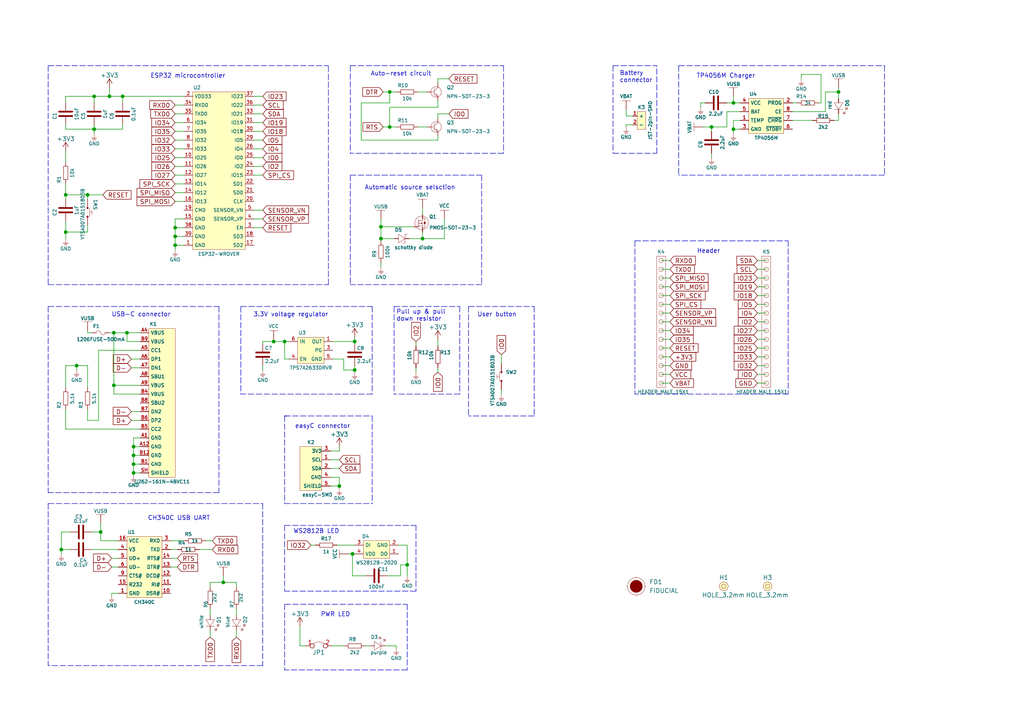
<source format=kicad_sch>
(kicad_sch (version 20210621) (generator eeschema)
  (paper "A4")
  (title_block (title "Dasduino CONNECTPLUS") (date "2021-07-15") (rev "v1.1.1.") (company "SOLDERED") (comment 1 "333033"))
  (lib_symbols
    (symbol "e-radionica.com schematics:0402LED" (pin_numbers hide) (pin_names (offset 0.254) hide)
      (property "Reference" "D" (at -0.635 2.54 0))
      (property "Value" "0402LED" (at 0 -2.54 0))
      (symbol "0402LED_1_1"
        (pin passive line (at -1.905 0 0) (length 1.27) (name "A") (number "1"))
        (pin passive line (at 2.54 0 180) (length 1.27) (name "K") (number "2"))
      )
    )
    (symbol "e-radionica.com schematics:0402LED_1" (pin_numbers hide) (pin_names (offset 0.254) hide)
      (property "Reference" "D" (at -0.635 2.54 0))
      (property "Value" "0402LED" (at 0 -2.54 0))
      (symbol "0402LED_1_1_1"
        (pin passive line (at -1.905 0 0) (length 1.27) (name "A") (number "1"))
        (pin passive line (at 2.54 0 180) (length 1.27) (name "K") (number "2"))
      )
    )
    (symbol "e-radionica.com schematics:0402LED_3" (pin_numbers hide) (pin_names (offset 0.254) hide)
      (property "Reference" "D" (at -0.635 2.54 0))
      (property "Value" "0402LED" (at 0 -2.54 0))
      (symbol "0402LED_3_1_1"
        (pin passive line (at -1.905 0 0) (length 1.27) (name "A") (number "1"))
        (pin passive line (at 2.54 0 180) (length 1.27) (name "K") (number "2"))
      )
    )
    (symbol "e-radionica.com schematics:0402R" (pin_numbers hide) (pin_names (offset 0.254))
      (property "Reference" "R" (at -1.905 1.27 0))
      (property "Value" "0402R" (at 0 -1.27 0))
      (symbol "0402R_1_1"
        (pin passive line (at -3.175 0 0) (length 1.27) (name "~") (number "1"))
        (pin passive line (at 3.175 0 180) (length 1.27) (name "~") (number "2"))
      )
    )
    (symbol "e-radionica.com schematics:0402R_1" (pin_numbers hide) (pin_names (offset 0.254))
      (property "Reference" "R" (at -1.905 1.27 0))
      (property "Value" "0402R" (at 0 -1.27 0))
      (symbol "0402R_1_1_1"
        (pin passive line (at -3.175 0 0) (length 1.27) (name "~") (number "1"))
        (pin passive line (at 3.175 0 180) (length 1.27) (name "~") (number "2"))
      )
    )
    (symbol "e-radionica.com schematics:0402R_2" (pin_numbers hide) (pin_names (offset 0.254))
      (property "Reference" "R" (at -1.905 1.27 0))
      (property "Value" "0402R" (at 0 -1.27 0))
      (symbol "0402R_2_1_1"
        (pin passive line (at -3.175 0 0) (length 1.27) (name "~") (number "1"))
        (pin passive line (at 3.175 0 180) (length 1.27) (name "~") (number "2"))
      )
    )
    (symbol "e-radionica.com schematics:0603C" (pin_numbers hide) (pin_names (offset 0.002))
      (property "Reference" "C" (at -0.635 3.175 0))
      (property "Value" "0603C" (at 0 -3.175 0))
      (symbol "0603C_1_1"
        (pin passive line (at -3.175 0 0) (length 2.54) (name "~") (number "1"))
        (pin passive line (at 3.175 0 180) (length 2.54) (name "~") (number "2"))
      )
    )
    (symbol "e-radionica.com schematics:0603C_1" (pin_numbers hide) (pin_names (offset 0.002))
      (property "Reference" "C" (at -0.635 3.175 0))
      (property "Value" "0603C" (at 0 -3.175 0))
      (symbol "0603C_1_1_1"
        (pin passive line (at -3.175 0 0) (length 2.54) (name "~") (number "1"))
        (pin passive line (at 3.175 0 180) (length 2.54) (name "~") (number "2"))
      )
    )
    (symbol "e-radionica.com schematics:0603C_2" (pin_numbers hide) (pin_names (offset 0.002))
      (property "Reference" "C" (at -0.635 3.175 0))
      (property "Value" "0603C" (at 0 -3.175 0))
      (symbol "0603C_2_1_1"
        (pin passive line (at -3.175 0 0) (length 2.54) (name "~") (number "1"))
        (pin passive line (at 3.175 0 180) (length 2.54) (name "~") (number "2"))
      )
    )
    (symbol "e-radionica.com schematics:0603C_3" (pin_numbers hide) (pin_names (offset 0.002))
      (property "Reference" "C" (at -0.635 3.175 0))
      (property "Value" "0603C" (at 0 -3.175 0))
      (symbol "0603C_3_1_1"
        (pin passive line (at -3.175 0 0) (length 2.54) (name "~") (number "1"))
        (pin passive line (at 3.175 0 180) (length 2.54) (name "~") (number "2"))
      )
    )
    (symbol "e-radionica.com schematics:0603C_4" (pin_numbers hide) (pin_names (offset 0.002))
      (property "Reference" "C" (at -0.635 3.175 0))
      (property "Value" "0603C" (at 0 -3.175 0))
      (symbol "0603C_4_1_1"
        (pin passive line (at -3.175 0 0) (length 2.54) (name "~") (number "1"))
        (pin passive line (at 3.175 0 180) (length 2.54) (name "~") (number "2"))
      )
    )
    (symbol "e-radionica.com schematics:0603C_5" (pin_numbers hide) (pin_names (offset 0.002))
      (property "Reference" "C" (at -0.635 3.175 0))
      (property "Value" "0603C" (at 0 -3.175 0))
      (symbol "0603C_5_1_1"
        (pin passive line (at -3.175 0 0) (length 2.54) (name "~") (number "1"))
        (pin passive line (at 3.175 0 180) (length 2.54) (name "~") (number "2"))
      )
    )
    (symbol "e-radionica.com schematics:0603R" (pin_numbers hide) (pin_names (offset 0.254))
      (property "Reference" "R" (at -1.905 1.905 0))
      (property "Value" "0603R" (at 0 -1.905 0))
      (symbol "0603R_1_1"
        (pin passive line (at -3.175 0 0) (length 1.27) (name "~") (number "1"))
        (pin passive line (at 3.175 0 180) (length 1.27) (name "~") (number "2"))
      )
    )
    (symbol "e-radionica.com schematics:0603R_1" (pin_numbers hide) (pin_names (offset 0.254))
      (property "Reference" "R" (at -1.905 1.905 0))
      (property "Value" "0603R" (at 0 -1.905 0))
      (symbol "0603R_1_1_1"
        (pin passive line (at -3.175 0 0) (length 1.27) (name "~") (number "1"))
        (pin passive line (at 3.175 0 180) (length 1.27) (name "~") (number "2"))
      )
    )
    (symbol "e-radionica.com schematics:0603R_2" (pin_numbers hide) (pin_names (offset 0.254))
      (property "Reference" "R" (at -1.905 1.905 0))
      (property "Value" "0603R" (at 0 -1.905 0))
      (symbol "0603R_2_1_1"
        (pin passive line (at -3.175 0 0) (length 1.27) (name "~") (number "1"))
        (pin passive line (at 3.175 0 180) (length 1.27) (name "~") (number "2"))
      )
    )
    (symbol "e-radionica.com schematics:0603R_3" (pin_numbers hide) (pin_names (offset 0.254))
      (property "Reference" "R" (at -1.905 1.905 0))
      (property "Value" "0603R" (at 0 -1.905 0))
      (symbol "0603R_3_1_1"
        (pin passive line (at -3.175 0 0) (length 1.27) (name "~") (number "1"))
        (pin passive line (at 3.175 0 180) (length 1.27) (name "~") (number "2"))
      )
    )
    (symbol "e-radionica.com schematics:0603R_4" (pin_numbers hide) (pin_names (offset 0.254))
      (property "Reference" "R" (at -1.905 1.905 0))
      (property "Value" "0603R" (at 0 -1.905 0))
      (symbol "0603R_4_1_1"
        (pin passive line (at -3.175 0 0) (length 1.27) (name "~") (number "1"))
        (pin passive line (at 3.175 0 180) (length 1.27) (name "~") (number "2"))
      )
    )
    (symbol "e-radionica.com schematics:0603R_5" (pin_numbers hide) (pin_names (offset 0.254))
      (property "Reference" "R" (at -1.905 1.905 0))
      (property "Value" "0603R" (at 0 -1.905 0))
      (symbol "0603R_5_1_1"
        (pin passive line (at -3.175 0 0) (length 1.27) (name "~") (number "1"))
        (pin passive line (at 3.175 0 180) (length 1.27) (name "~") (number "2"))
      )
    )
    (symbol "e-radionica.com schematics:1206C" (pin_numbers hide)
      (property "Reference" "C" (at -0.635 3.175 0))
      (property "Value" "1206C" (at 0 -3.175 0))
      (symbol "1206C_1_1"
        (pin passive line (at -3.175 0 0) (length 2.54) (name "~") (number "1"))
        (pin passive line (at 3.175 0 180) (length 2.54) (name "~") (number "2"))
      )
    )
    (symbol "e-radionica.com schematics:1206FUSE" (pin_numbers hide) (pin_names hide)
      (property "Reference" "F" (at -1.27 1.905 0))
      (property "Value" "1206FUSE" (at 0 -1.905 0))
      (symbol "1206FUSE_1_1"
        (pin passive line (at -2.54 0 0) (length 1.27) (name "~") (number "1"))
        (pin passive line (at 2.54 0 180) (length 1.27) (name "~") (number "2"))
      )
    )
    (symbol "e-radionica.com schematics:BAT20J" (pin_numbers hide) (pin_names hide)
      (property "Reference" "D" (at 0 2.54 0))
      (property "Value" "BAT20J" (at 0 -2.54 0))
      (symbol "BAT20J_1_1"
        (pin passive line (at -1.905 0 0) (length 1.27) (name "A") (number "1"))
        (pin passive line (at 2.54 0 180) (length 1.27) (name "K") (number "2"))
      )
    )
    (symbol "e-radionica.com schematics:CH340C"
      (property "Reference" "U" (at -3.81 10.16 0))
      (property "Value" "CH340C" (at 0 -10.16 0))
      (symbol "CH340C_1_1"
        (pin passive line (at -7.62 -7.62 0) (length 2.54) (name "GND") (number "1"))
        (pin passive line (at 7.62 -7.62 180) (length 2.54) (name "DSR#") (number "10"))
        (pin passive line (at 7.62 -5.08 180) (length 2.54) (name "RI#") (number "11"))
        (pin passive line (at 7.62 -2.54 180) (length 2.54) (name "DCD#") (number "12"))
        (pin passive line (at 7.62 0 180) (length 2.54) (name "DTR#") (number "13"))
        (pin passive line (at 7.62 2.54 180) (length 2.54) (name "RTS#") (number "14"))
        (pin passive line (at -7.62 -5.08 0) (length 2.54) (name "R232") (number "15"))
        (pin passive line (at -7.62 7.62 0) (length 2.54) (name "VCC") (number "16"))
        (pin passive line (at 7.62 5.08 180) (length 2.54) (name "TXD") (number "2"))
        (pin passive line (at 7.62 7.62 180) (length 2.54) (name "RXD") (number "3"))
        (pin passive line (at -7.62 5.08 0) (length 2.54) (name "V3") (number "4"))
        (pin passive line (at -7.62 2.54 0) (length 2.54) (name "UD+") (number "5"))
        (pin passive line (at -7.62 0 0) (length 2.54) (name "UD-") (number "6"))
        (pin passive line (at -7.62 -2.54 0) (length 2.54) (name "CTS#") (number "9"))
      )
    )
    (symbol "e-radionica.com schematics:ESP32-WROVER"
      (property "Reference" "U" (at -6.35 25.4 0))
      (property "Value" "ESP32-WROVER" (at 0 -22.86 0))
      (symbol "ESP32-WROVER_1_1"
        (pin power_in line (at -10.16 -20.32 0) (length 2.54) (name "GND") (number "1"))
        (pin bidirectional line (at -10.16 5.08 0) (length 2.54) (name "IO25") (number "10"))
        (pin bidirectional line (at -10.16 2.54 0) (length 2.54) (name "IO26") (number "11"))
        (pin bidirectional line (at -10.16 0 0) (length 2.54) (name "IO27") (number "12"))
        (pin bidirectional line (at -10.16 -2.54 0) (length 2.54) (name "IO14") (number "13"))
        (pin bidirectional line (at -10.16 -5.08 0) (length 2.54) (name "IO12") (number "14"))
        (pin power_in line (at -10.16 -12.7 0) (length 2.54) (name "GND") (number "15"))
        (pin bidirectional line (at -10.16 -7.62 0) (length 2.54) (name "IO13") (number "16"))
        (pin bidirectional line (at 10.16 -20.32 180) (length 2.54) (name "SD2") (number "17"))
        (pin bidirectional line (at 10.16 -17.78 180) (length 2.54) (name "SD3") (number "18"))
        (pin bidirectional line (at -10.16 -10.16 0) (length 2.54) (name "CMD") (number "19"))
        (pin power_in line (at -10.16 22.86 0) (length 2.54) (name "VDD33") (number "2"))
        (pin bidirectional line (at 10.16 -7.62 180) (length 2.54) (name "CLK") (number "20"))
        (pin bidirectional line (at 10.16 -5.08 180) (length 2.54) (name "SD0") (number "21"))
        (pin bidirectional line (at 10.16 -2.54 180) (length 2.54) (name "SD1") (number "22"))
        (pin bidirectional line (at 10.16 0 180) (length 2.54) (name "IO15") (number "23"))
        (pin bidirectional line (at 10.16 2.54 180) (length 2.54) (name "IO2") (number "24"))
        (pin bidirectional line (at 10.16 5.08 180) (length 2.54) (name "IO0") (number "25"))
        (pin bidirectional line (at 10.16 7.62 180) (length 2.54) (name "IO4") (number "26"))
        (pin bidirectional line (at 10.16 10.16 180) (length 2.54) (name "IO5") (number "29"))
        (pin bidirectional line (at 10.16 -15.24 180) (length 2.54) (name "EN") (number "3"))
        (pin bidirectional line (at 10.16 12.7 180) (length 2.54) (name "IO18") (number "30"))
        (pin bidirectional line (at 10.16 15.24 180) (length 2.54) (name "IO19") (number "31"))
        (pin bidirectional line (at 10.16 17.78 180) (length 2.54) (name "IO21") (number "33"))
        (pin bidirectional line (at -10.16 20.32 0) (length 2.54) (name "RXD0") (number "34"))
        (pin bidirectional line (at -10.16 17.78 0) (length 2.54) (name "TXD0") (number "35"))
        (pin bidirectional line (at 10.16 20.32 180) (length 2.54) (name "IO22") (number "36"))
        (pin bidirectional line (at 10.16 22.86 180) (length 2.54) (name "IO23") (number "37"))
        (pin power_in line (at -10.16 -15.24 0) (length 2.54) (name "GND") (number "38"))
        (pin power_in line (at -10.16 -17.78 0) (length 2.54) (name "GND") (number "39"))
        (pin bidirectional line (at 10.16 -12.7 180) (length 2.54) (name "SENSOR_VP") (number "4"))
        (pin bidirectional line (at 10.16 -10.16 180) (length 2.54) (name "SENSOR_VN") (number "5"))
        (pin bidirectional line (at -10.16 15.24 0) (length 2.54) (name "IO34") (number "6"))
        (pin bidirectional line (at -10.16 12.7 0) (length 2.54) (name "IO35") (number "7"))
        (pin bidirectional line (at -10.16 10.16 0) (length 2.54) (name "IO32") (number "8"))
        (pin bidirectional line (at -10.16 7.62 0) (length 2.54) (name "IO33") (number "9"))
      )
    )
    (symbol "e-radionica.com schematics:FIDUCIAL" (in_bom no)
      (property "Reference" "FD" (at 0 3.81 0))
      (property "Value" "FIDUCIAL" (at 0 -3.81 0))
    )
    (symbol "e-radionica.com schematics:GND" (power) (pin_names (offset 0))
      (property "Value" "GND" (at 0 -2.921 0))
      (symbol "GND_1_1"
        (pin power_in line (at 0 0 270) (length 0) hide (name "GND") (number "1"))
      )
    )
    (symbol "e-radionica.com schematics:GND_1" (power) (pin_names (offset 0))
      (property "Value" "GND" (at 0 -2.921 0))
      (symbol "GND_1_1_1"
        (pin power_in line (at 0 0 270) (length 0) hide (name "GND") (number "1"))
      )
    )
    (symbol "e-radionica.com schematics:GND_2" (power) (pin_names (offset 0))
      (property "Value" "GND" (at 0 -2.921 0))
      (symbol "GND_2_1_1"
        (pin power_in line (at 0 0 270) (length 0) hide (name "GND") (number "1"))
      )
    )
    (symbol "e-radionica.com schematics:GND_3" (power) (pin_names (offset 0))
      (property "Value" "GND" (at 0 -2.921 0))
      (symbol "GND_3_1_1"
        (pin power_in line (at 0 0 270) (length 0) hide (name "GND") (number "1"))
      )
    )
    (symbol "e-radionica.com schematics:GND_4" (power) (pin_names (offset 0))
      (property "Value" "GND" (at 0 -2.921 0))
      (symbol "GND_4_1_1"
        (pin power_in line (at 0 0 270) (length 0) hide (name "GND") (number "1"))
      )
    )
    (symbol "e-radionica.com schematics:GND_5" (power) (pin_names (offset 0))
      (property "Value" "GND" (at 0 -2.921 0))
      (symbol "GND_5_1_1"
        (pin power_in line (at 0 0 270) (length 0) hide (name "GND") (number "1"))
      )
    )
    (symbol "e-radionica.com schematics:GND_6" (power) (pin_names (offset 0))
      (property "Value" "GND" (at 0 -2.921 0))
      (symbol "GND_6_1_1"
        (pin power_in line (at 0 0 270) (length 0) hide (name "GND") (number "1"))
      )
    )
    (symbol "e-radionica.com schematics:GND_7" (power) (pin_names (offset 0))
      (property "Value" "GND" (at 0 -2.921 0))
      (symbol "GND_7_1_1"
        (pin power_in line (at 0 0 270) (length 0) hide (name "GND") (number "1"))
      )
    )
    (symbol "e-radionica.com schematics:GND_8" (power) (pin_names (offset 0))
      (property "Value" "GND" (at 0 -2.921 0))
      (symbol "GND_8_1_1"
        (pin power_in line (at 0 0 270) (length 0) hide (name "GND") (number "1"))
      )
    )
    (symbol "e-radionica.com schematics:HEADER_MALE_15X1" (pin_numbers hide) (pin_names hide)
      (property "Reference" "K" (at -0.635 20.32 0))
      (property "Value" "HEADER_MALE_15X1" (at 1.27 -20.32 0))
      (symbol "HEADER_MALE_15X1_1_1"
        (pin passive line (at 0 -17.78 180) (length 0) (name "~") (number "1"))
        (pin passive line (at 0 5.08 180) (length 0) (name "~") (number "10"))
        (pin passive line (at 0 7.62 180) (length 0) (name "~") (number "11"))
        (pin passive line (at 0 10.16 180) (length 0) (name "~") (number "12"))
        (pin passive line (at 0 12.7 180) (length 0) (name "~") (number "13"))
        (pin passive line (at 0 15.24 180) (length 0) (name "~") (number "14"))
        (pin passive line (at 0 17.78 180) (length 0) (name "~") (number "15"))
        (pin passive line (at 0 -15.24 180) (length 0) (name "~") (number "2"))
        (pin passive line (at 0 -12.7 180) (length 0) (name "~") (number "3"))
        (pin passive line (at 0 -10.16 180) (length 0) (name "~") (number "4"))
        (pin passive line (at 0 -7.62 180) (length 0) (name "~") (number "5"))
        (pin passive line (at 0 -5.08 180) (length 0) (name "~") (number "6"))
        (pin passive line (at 0 -2.54 180) (length 0) (name "~") (number "7"))
        (pin passive line (at 0 0 180) (length 0) (name "~") (number "8"))
        (pin passive line (at 0 2.54 180) (length 0) (name "~") (number "9"))
      )
    )
    (symbol "e-radionica.com schematics:HOLE_3.2mm" (pin_numbers hide) (pin_names hide)
      (property "Reference" "H" (at 0 2.54 0))
      (property "Value" "HOLE_3.2mm" (at 0 -2.54 0))
    )
    (symbol "e-radionica.com schematics:JST-2pin-SMD"
      (property "Reference" "K" (at -1.27 5.08 0))
      (property "Value" "JST-2pin-SMD" (at 0 -2.54 0))
      (symbol "JST-2pin-SMD_1_1"
        (pin passive line (at 1.27 0 180) (length 1.27) (name "+") (number "1"))
        (pin passive line (at 1.27 2.54 180) (length 1.27) (name "-") (number "2"))
      )
    )
    (symbol "e-radionica.com schematics:NPN-SOT-23-3" (pin_numbers hide) (pin_names hide)
      (property "Reference" "Q" (at -2.286 2.921 0))
      (property "Value" "NPN-SOT-23-3" (at 0 -3.81 0))
      (symbol "NPN-SOT-23-3_1_1"
        (pin passive line (at -3.175 0 0) (length 1.27) (name "B") (number "1"))
        (pin passive line (at 0 -2.54 90) (length 1.27) (name "E") (number "2"))
        (pin passive line (at 0 2.54 270) (length 1.27) (name "C") (number "3"))
      )
    )
    (symbol "e-radionica.com schematics:PMOS-SOT-23-3" (pin_numbers hide) (pin_names hide)
      (property "Reference" "Q" (at -0.762 3.302 0))
      (property "Value" "PMOS-SOT-23-3" (at 0.381 -4.064 0))
      (symbol "PMOS-SOT-23-3_1_1"
        (pin passive line (at -1.27 -1.016 0) (length 1.27) (name "G") (number "1"))
        (pin passive line (at 1.27 -2.54 90) (length 1.27) (name "S") (number "2"))
        (pin passive line (at 1.27 2.54 270) (length 1.27) (name "D") (number "3"))
      )
    )
    (symbol "e-radionica.com schematics:SMD-JUMPER-CONNECTED_TRACE_SLODERMASK"
      (property "Reference" "JP" (at 0 3.556 0))
      (property "Value" "SMD-JUMPER-CONNECTED_TRACE_SLODERMASK" (at 0 -2.54 0))
      (symbol "SMD-JUMPER-CONNECTED_TRACE_SLODERMASK_1_1"
        (pin passive inverted (at -4.064 0 0) (length 2.54) (name "") (number "1"))
        (pin passive inverted (at 3.556 0 180) (length 2.54) (name "") (number "2"))
      )
    )
    (symbol "e-radionica.com schematics:TP4056M"
      (property "Reference" "U" (at -3.81 5.08 0))
      (property "Value" "TP4056M" (at 0 -7.62 0))
      (symbol "TP4056M_1_1"
        (pin passive line (at -7.62 -2.54 0) (length 2.54) (name "TEMP") (number "1"))
        (pin passive line (at 7.62 2.54 180) (length 2.54) (name "PROG") (number "2"))
        (pin passive line (at -7.62 -5.08 0) (length 2.54) (name "GND") (number "3"))
        (pin passive line (at -7.62 2.54 0) (length 2.54) (name "VCC") (number "4"))
        (pin passive line (at -7.62 0 0) (length 2.54) (name "BAT") (number "5"))
        (pin passive line (at 7.62 -5.08 180) (length 2.54) (name "~{STDBY}") (number "6"))
        (pin passive line (at 7.62 -2.54 180) (length 2.54) (name "~{CHRG}") (number "7"))
        (pin passive line (at 7.62 0 180) (length 2.54) (name "CE") (number "8"))
      )
    )
    (symbol "e-radionica.com schematics:TPS7A2633DRVR"
      (property "Reference" "U" (at -3.175 5.08 0))
      (property "Value" "TPS7A2633DRVR" (at 0 -5.08 0))
      (symbol "TPS7A2633DRVR_1_1"
        (pin passive line (at 6.35 2.54 180) (length 2.54) (name "OUT") (number "1"))
        (pin passive line (at 6.35 0 180) (length 2.54) (name "PG") (number "3"))
        (pin passive line (at -6.35 -2.54 0) (length 2.54) (name "EN") (number "4"))
        (pin passive line (at 6.35 -2.54 180) (length 2.54) (name "GND") (number "5"))
        (pin passive line (at -6.35 2.54 0) (length 2.54) (name "IN") (number "6"))
      )
    )
    (symbol "e-radionica.com schematics:U262-161N-4BVC11"
      (property "Reference" "K" (at 0 22.86 0))
      (property "Value" "U262-161N-4BVC11" (at 2.54 -22.86 0))
      (symbol "U262-161N-4BVC11_1_1"
        (pin passive line (at -3.81 -10.16 0) (length 2.54) (name "GND") (number "A1"))
        (pin passive line (at -3.81 -12.7 0) (length 2.54) (name "GND") (number "A12"))
        (pin passive line (at -3.81 20.32 0) (length 2.54) (name "VBUS") (number "A4"))
        (pin passive line (at -3.81 15.24 0) (length 2.54) (name "CC1") (number "A5"))
        (pin passive line (at -3.81 12.7 0) (length 2.54) (name "DP1") (number "A6"))
        (pin passive line (at -3.81 10.16 0) (length 2.54) (name "DN1") (number "A7"))
        (pin passive line (at -3.81 7.62 0) (length 2.54) (name "SBU1") (number "A8"))
        (pin passive line (at -3.81 5.08 0) (length 2.54) (name "VBUS") (number "A9"))
        (pin passive line (at -3.81 -17.78 0) (length 2.54) (name "GND") (number "B1"))
        (pin passive line (at -3.81 -15.24 0) (length 2.54) (name "GND") (number "B12"))
        (pin passive line (at -3.81 2.54 0) (length 2.54) (name "VBUS") (number "B4"))
        (pin passive line (at -3.81 -7.62 0) (length 2.54) (name "CC2") (number "B5"))
        (pin passive line (at -3.81 -5.08 0) (length 2.54) (name "DP2") (number "B6"))
        (pin passive line (at -3.81 -2.54 0) (length 2.54) (name "DN2") (number "B7"))
        (pin passive line (at -3.81 0 0) (length 2.54) (name "SBU2") (number "B8"))
        (pin passive line (at -3.81 17.78 0) (length 2.54) (name "VBUS") (number "B9"))
        (pin passive line (at -3.81 -20.32 0) (length 2.54) (name "SHIELD") (number "SH"))
      )
    )
    (symbol "e-radionica.com schematics:VBAT" (power) (pin_names (offset 0))
      (property "Value" "VBAT" (at 0 3.556 0))
      (symbol "VBAT_1_1"
        (pin power_in line (at 0 0 90) (length 0) hide (name "VBAT") (number "1"))
      )
    )
    (symbol "e-radionica.com schematics:VCC" (power) (pin_names (offset 0))
      (property "Value" "VCC" (at 0 3.556 0))
      (symbol "VCC_1_1"
        (pin power_in line (at 0 0 90) (length 0) hide (name "VCC") (number "1"))
      )
    )
    (symbol "e-radionica.com schematics:VUSB" (power) (pin_names (offset 0))
      (property "Value" "VUSB" (at 0 3.556 0))
      (symbol "VUSB_1_1"
        (pin power_in line (at 0 0 90) (length 0) hide (name "VUSB") (number "1"))
      )
    )
    (symbol "e-radionica.com schematics:VUSB_1" (power) (pin_names (offset 0))
      (property "Value" "VUSB" (at 0 3.556 0))
      (symbol "VUSB_1_1_1"
        (pin power_in line (at 0 0 90) (length 0) hide (name "VUSB") (number "1"))
      )
    )
    (symbol "e-radionica.com schematics:VUSB_2" (power) (pin_names (offset 0))
      (property "Value" "VUSB" (at 0 3.556 0))
      (symbol "VUSB_2_1_1"
        (pin power_in line (at 0 0 90) (length 0) hide (name "VUSB") (number "1"))
      )
    )
    (symbol "e-radionica.com schematics:VUSB_3" (power) (pin_names (offset 0))
      (property "Value" "VUSB" (at 0 3.556 0))
      (symbol "VUSB_3_1_1"
        (pin power_in line (at 0 0 90) (length 0) hide (name "VUSB") (number "1"))
      )
    )
    (symbol "e-radionica.com schematics:VUSB_4" (power) (pin_names (offset 0))
      (property "Value" "VUSB" (at 0 3.556 0))
      (symbol "VUSB_4_1_1"
        (pin power_in line (at 0 0 90) (length 0) hide (name "VUSB") (number "1"))
      )
    )
    (symbol "e-radionica.com schematics:WS2812B-2020"
      (property "Reference" "D" (at -2.54 3.81 0))
      (property "Value" "WS2812B-2020" (at 0 -3.81 0))
      (symbol "WS2812B-2020_1_1"
        (pin passive line (at 6.35 -1.27 180) (length 2.54) (name "DO") (number "1"))
        (pin passive line (at 6.35 1.27 180) (length 2.54) (name "GND") (number "2"))
        (pin passive line (at -6.35 1.27 0) (length 2.54) (name "DI") (number "3"))
        (pin passive line (at -6.35 -1.27 0) (length 2.54) (name "VDD") (number "4"))
      )
    )
    (symbol "e-radionica.com schematics:YTSA007A0151803B" (pin_numbers hide) (pin_names hide)
      (property "Reference" "SW" (at -1.016 2.286 0))
      (property "Value" "YTSA007A0151803B" (at 1.778 -2.032 0))
      (symbol "YTSA007A0151803B_1_1"
        (pin passive line (at -2.54 0 0) (length 2.54) (name "~") (number "1"))
        (pin passive line (at 5.08 0 180) (length 2.54) (name "~") (number "2"))
      )
    )
    (symbol "e-radionica.com schematics:easyC-SMD" (pin_names (offset 0.002))
      (property "Reference" "K" (at -2.54 10.16 0))
      (property "Value" "easyC-SMD" (at 0 -5.08 0))
      (symbol "easyC-SMD_1_1"
        (pin passive line (at 5.715 5.08 180) (length 2.54) (name "SCL") (number "1"))
        (pin passive line (at 5.715 2.54 180) (length 2.54) (name "SDA") (number "2"))
        (pin passive line (at 5.715 7.62 180) (length 2.54) (name "3V3") (number "3"))
        (pin passive line (at 5.715 0 180) (length 2.54) (name "GND") (number "4"))
        (pin passive line (at 5.715 -2.54 180) (length 2.54) (name "SHIELD") (number "5"))
      )
    )
    (symbol "power:+3V3" (power) (pin_names (offset 0))
      (property "Value" "+3V3" (at 0 3.556 0))
      (symbol "+3V3_1_1"
        (pin power_in line (at 0 0 90) (length 0) hide (name "+3V3") (number "1"))
      )
    )
  )
  (junction (at 17.78 159.385) (diameter 0.9144))
  (junction (at 19.05 56.515) (diameter 0.9144))
  (junction (at 19.05 67.31) (diameter 0.9144))
  (junction (at 22.225 106.045) (diameter 0.9144))
  (junction (at 25.4 56.515) (diameter 0.9144))
  (junction (at 27.305 27.94) (diameter 0.9144))
  (junction (at 27.305 37.465) (diameter 0.9144))
  (junction (at 29.21 154.305) (diameter 0.9144))
  (junction (at 31.75 27.94) (diameter 0.9144))
  (junction (at 33.02 96.52) (diameter 0.9144))
  (junction (at 33.02 111.76) (diameter 0.9144))
  (junction (at 35.56 27.94) (diameter 0.9144))
  (junction (at 36.83 96.52) (diameter 0.9144))
  (junction (at 38.735 129.54) (diameter 0.9144))
  (junction (at 38.735 132.08) (diameter 0.9144))
  (junction (at 38.735 134.62) (diameter 0.9144))
  (junction (at 38.735 137.16) (diameter 0.9144))
  (junction (at 50.8 66.04) (diameter 0.9144))
  (junction (at 50.8 68.58) (diameter 0.9144))
  (junction (at 50.8 71.12) (diameter 0.9144))
  (junction (at 64.77 168.91) (diameter 0.9144))
  (junction (at 79.375 99.06) (diameter 0.9144))
  (junction (at 82.55 99.06) (diameter 0.9144))
  (junction (at 98.425 140.97) (diameter 0.9144))
  (junction (at 102.235 160.655) (diameter 0.9144))
  (junction (at 102.87 99.06) (diameter 0.9144))
  (junction (at 102.87 107.315) (diameter 0.9144))
  (junction (at 110.49 65.786) (diameter 0.9144))
  (junction (at 110.49 69.215) (diameter 0.9144))
  (junction (at 113.03 26.67) (diameter 0.9144))
  (junction (at 113.03 36.83) (diameter 0.9144))
  (junction (at 118.11 163.83) (diameter 0.9144))
  (junction (at 122.555 69.215) (diameter 0.9144))
  (junction (at 206.375 36.83) (diameter 0.9144))
  (junction (at 212.725 29.845) (diameter 0.9144))
  (junction (at 212.725 37.465) (diameter 0.9144))
  (junction (at 243.205 26.67) (diameter 0.9144))
  (wire (pts (xy 17.78 154.305) (xy 17.78 159.385)))
  (wire (pts (xy 17.78 159.385) (xy 17.78 160.655)))
  (wire (pts (xy 19.05 27.94) (xy 27.305 27.94)))
  (wire (pts (xy 19.05 29.845) (xy 19.05 27.94)))
  (wire (pts (xy 19.05 36.195) (xy 19.05 37.465)))
  (wire (pts (xy 19.05 37.465) (xy 27.305 37.465)))
  (wire (pts (xy 19.05 43.815) (xy 19.05 46.99)))
  (wire (pts (xy 19.05 53.34) (xy 19.05 56.515)))
  (wire (pts (xy 19.05 56.515) (xy 19.05 57.785)))
  (wire (pts (xy 19.05 56.515) (xy 25.4 56.515)))
  (wire (pts (xy 19.05 64.135) (xy 19.05 67.31)))
  (wire (pts (xy 19.05 67.31) (xy 19.05 69.215)))
  (wire (pts (xy 19.05 67.31) (xy 25.4 67.31)))
  (wire (pts (xy 19.05 106.045) (xy 19.05 112.395)))
  (wire (pts (xy 19.05 106.045) (xy 22.225 106.045)))
  (wire (pts (xy 19.05 118.745) (xy 19.05 124.46)))
  (wire (pts (xy 20.32 154.305) (xy 17.78 154.305)))
  (wire (pts (xy 20.32 159.385) (xy 17.78 159.385)))
  (wire (pts (xy 22.225 106.045) (xy 22.225 107.315)))
  (wire (pts (xy 22.225 106.045) (xy 25.4 106.045)))
  (wire (pts (xy 25.4 56.515) (xy 25.4 57.785)))
  (wire (pts (xy 25.4 56.515) (xy 29.845 56.515)))
  (wire (pts (xy 25.4 65.405) (xy 25.4 67.31)))
  (wire (pts (xy 25.4 96.52) (xy 25.4 95.885)))
  (wire (pts (xy 25.4 106.045) (xy 25.4 112.395)))
  (wire (pts (xy 25.4 118.745) (xy 25.4 121.92)))
  (wire (pts (xy 25.4 121.92) (xy 28.575 121.92)))
  (wire (pts (xy 26.67 96.52) (xy 25.4 96.52)))
  (wire (pts (xy 26.67 154.305) (xy 29.21 154.305)))
  (wire (pts (xy 26.67 159.385) (xy 34.29 159.385)))
  (wire (pts (xy 27.305 27.94) (xy 27.305 29.845)))
  (wire (pts (xy 27.305 27.94) (xy 31.75 27.94)))
  (wire (pts (xy 27.305 36.195) (xy 27.305 37.465)))
  (wire (pts (xy 27.305 37.465) (xy 27.305 38.735)))
  (wire (pts (xy 27.305 37.465) (xy 35.56 37.465)))
  (wire (pts (xy 28.575 101.6) (xy 40.64 101.6)))
  (wire (pts (xy 28.575 121.92) (xy 28.575 101.6)))
  (wire (pts (xy 29.21 154.305) (xy 29.21 151.765)))
  (wire (pts (xy 29.21 156.845) (xy 29.21 154.305)))
  (wire (pts (xy 31.75 25.4) (xy 31.75 27.94)))
  (wire (pts (xy 31.75 27.94) (xy 35.56 27.94)))
  (wire (pts (xy 31.75 96.52) (xy 33.02 96.52)))
  (wire (pts (xy 32.385 161.925) (xy 34.29 161.925)))
  (wire (pts (xy 32.385 164.465) (xy 34.29 164.465)))
  (wire (pts (xy 32.385 172.085) (xy 32.385 172.72)))
  (wire (pts (xy 33.02 96.52) (xy 36.83 96.52)))
  (wire (pts (xy 33.02 111.76) (xy 33.02 96.52)))
  (wire (pts (xy 33.02 111.76) (xy 33.02 114.3)))
  (wire (pts (xy 33.02 111.76) (xy 40.64 111.76)))
  (wire (pts (xy 34.29 156.845) (xy 29.21 156.845)))
  (wire (pts (xy 34.29 172.085) (xy 32.385 172.085)))
  (wire (pts (xy 35.56 27.94) (xy 35.56 29.845)))
  (wire (pts (xy 35.56 27.94) (xy 53.34 27.94)))
  (wire (pts (xy 35.56 36.195) (xy 35.56 37.465)))
  (wire (pts (xy 36.83 96.52) (xy 40.64 96.52)))
  (wire (pts (xy 36.83 99.06) (xy 36.83 96.52)))
  (wire (pts (xy 38.1 104.14) (xy 40.64 104.14)))
  (wire (pts (xy 38.1 106.68) (xy 40.64 106.68)))
  (wire (pts (xy 38.1 119.38) (xy 40.64 119.38)))
  (wire (pts (xy 38.1 121.92) (xy 40.64 121.92)))
  (wire (pts (xy 38.735 127) (xy 38.735 129.54)))
  (wire (pts (xy 38.735 129.54) (xy 38.735 132.08)))
  (wire (pts (xy 38.735 129.54) (xy 40.64 129.54)))
  (wire (pts (xy 38.735 132.08) (xy 38.735 134.62)))
  (wire (pts (xy 38.735 132.08) (xy 40.64 132.08)))
  (wire (pts (xy 38.735 134.62) (xy 38.735 137.16)))
  (wire (pts (xy 38.735 134.62) (xy 40.64 134.62)))
  (wire (pts (xy 38.735 137.16) (xy 38.735 137.795)))
  (wire (pts (xy 40.64 99.06) (xy 36.83 99.06)))
  (wire (pts (xy 40.64 114.3) (xy 33.02 114.3)))
  (wire (pts (xy 40.64 124.46) (xy 19.05 124.46)))
  (wire (pts (xy 40.64 127) (xy 38.735 127)))
  (wire (pts (xy 40.64 137.16) (xy 38.735 137.16)))
  (wire (pts (xy 49.53 156.845) (xy 53.34 156.845)))
  (wire (pts (xy 49.53 159.385) (xy 51.435 159.385)))
  (wire (pts (xy 49.53 161.925) (xy 51.435 161.925)))
  (wire (pts (xy 49.53 164.465) (xy 51.435 164.465)))
  (wire (pts (xy 50.8 30.48) (xy 53.34 30.48)))
  (wire (pts (xy 50.8 33.02) (xy 53.34 33.02)))
  (wire (pts (xy 50.8 35.56) (xy 53.34 35.56)))
  (wire (pts (xy 50.8 38.1) (xy 53.34 38.1)))
  (wire (pts (xy 50.8 40.64) (xy 53.34 40.64)))
  (wire (pts (xy 50.8 43.18) (xy 53.34 43.18)))
  (wire (pts (xy 50.8 45.72) (xy 53.34 45.72)))
  (wire (pts (xy 50.8 48.26) (xy 53.34 48.26)))
  (wire (pts (xy 50.8 50.8) (xy 53.34 50.8)))
  (wire (pts (xy 50.8 53.34) (xy 53.34 53.34)))
  (wire (pts (xy 50.8 55.88) (xy 53.34 55.88)))
  (wire (pts (xy 50.8 58.42) (xy 53.34 58.42)))
  (wire (pts (xy 50.8 63.5) (xy 53.34 63.5)))
  (wire (pts (xy 50.8 66.04) (xy 50.8 63.5)))
  (wire (pts (xy 50.8 66.04) (xy 53.34 66.04)))
  (wire (pts (xy 50.8 68.58) (xy 50.8 66.04)))
  (wire (pts (xy 50.8 68.58) (xy 53.34 68.58)))
  (wire (pts (xy 50.8 71.12) (xy 50.8 68.58)))
  (wire (pts (xy 50.8 71.12) (xy 53.34 71.12)))
  (wire (pts (xy 50.8 72.39) (xy 50.8 71.12)))
  (wire (pts (xy 57.785 159.385) (xy 61.595 159.385)))
  (wire (pts (xy 59.69 156.845) (xy 61.595 156.845)))
  (wire (pts (xy 60.96 168.91) (xy 64.77 168.91)))
  (wire (pts (xy 60.96 170.18) (xy 60.96 168.91)))
  (wire (pts (xy 60.96 176.53) (xy 60.96 178.435)))
  (wire (pts (xy 60.96 182.88) (xy 60.96 184.785)))
  (wire (pts (xy 64.77 167.005) (xy 64.77 168.91)))
  (wire (pts (xy 68.58 168.91) (xy 64.77 168.91)))
  (wire (pts (xy 68.58 170.18) (xy 68.58 168.91)))
  (wire (pts (xy 68.58 176.53) (xy 68.58 178.435)))
  (wire (pts (xy 68.58 182.88) (xy 68.58 184.785)))
  (wire (pts (xy 73.66 27.94) (xy 76.2 27.94)))
  (wire (pts (xy 73.66 30.48) (xy 76.2 30.48)))
  (wire (pts (xy 73.66 33.02) (xy 76.2 33.02)))
  (wire (pts (xy 73.66 35.56) (xy 76.2 35.56)))
  (wire (pts (xy 73.66 38.1) (xy 76.2 38.1)))
  (wire (pts (xy 73.66 40.64) (xy 76.2 40.64)))
  (wire (pts (xy 73.66 43.18) (xy 76.2 43.18)))
  (wire (pts (xy 73.66 45.72) (xy 76.2 45.72)))
  (wire (pts (xy 73.66 48.26) (xy 76.2 48.26)))
  (wire (pts (xy 73.66 50.8) (xy 76.2 50.8)))
  (wire (pts (xy 73.66 60.96) (xy 76.2 60.96)))
  (wire (pts (xy 73.66 63.5) (xy 76.2 63.5)))
  (wire (pts (xy 73.66 66.04) (xy 76.2 66.04)))
  (wire (pts (xy 76.2 99.06) (xy 79.375 99.06)))
  (wire (pts (xy 76.2 99.695) (xy 76.2 99.06)))
  (wire (pts (xy 76.2 106.045) (xy 76.2 107.315)))
  (wire (pts (xy 79.375 99.06) (xy 79.375 98.425)))
  (wire (pts (xy 82.55 99.06) (xy 79.375 99.06)))
  (wire (pts (xy 82.55 104.14) (xy 82.55 99.06)))
  (wire (pts (xy 83.82 99.06) (xy 82.55 99.06)))
  (wire (pts (xy 83.82 104.14) (xy 82.55 104.14)))
  (wire (pts (xy 86.995 187.325) (xy 86.995 181.61)))
  (wire (pts (xy 88.646 187.325) (xy 86.995 187.325)))
  (wire (pts (xy 90.17 158.115) (xy 91.44 158.115)))
  (wire (pts (xy 95.885 130.81) (xy 98.425 130.81)))
  (wire (pts (xy 95.885 133.35) (xy 98.425 133.35)))
  (wire (pts (xy 95.885 135.89) (xy 98.425 135.89)))
  (wire (pts (xy 95.885 138.43) (xy 98.425 138.43)))
  (wire (pts (xy 95.885 140.97) (xy 98.425 140.97)))
  (wire (pts (xy 96.266 187.325) (xy 99.695 187.325)))
  (wire (pts (xy 96.52 99.06) (xy 102.87 99.06)))
  (wire (pts (xy 96.52 104.14) (xy 99.695 104.14)))
  (wire (pts (xy 97.79 158.115) (xy 102.87 158.115)))
  (wire (pts (xy 98.425 130.81) (xy 98.425 129.54)))
  (wire (pts (xy 98.425 138.43) (xy 98.425 140.97)))
  (wire (pts (xy 98.425 140.97) (xy 98.425 141.605)))
  (wire (pts (xy 99.695 104.14) (xy 99.695 107.315)))
  (wire (pts (xy 99.695 107.315) (xy 102.87 107.315)))
  (wire (pts (xy 100.965 160.655) (xy 102.235 160.655)))
  (wire (pts (xy 102.235 160.655) (xy 102.87 160.655)))
  (wire (pts (xy 102.235 167.005) (xy 102.235 160.655)))
  (wire (pts (xy 102.87 97.79) (xy 102.87 99.06)))
  (wire (pts (xy 102.87 99.06) (xy 102.87 99.695)))
  (wire (pts (xy 102.87 106.045) (xy 102.87 107.315)))
  (wire (pts (xy 102.87 107.315) (xy 102.87 107.95)))
  (wire (pts (xy 104.775 29.845) (xy 113.03 29.845)))
  (wire (pts (xy 104.775 40.64) (xy 104.775 29.845)))
  (wire (pts (xy 106.045 167.005) (xy 102.235 167.005)))
  (wire (pts (xy 106.045 187.325) (xy 107.315 187.325)))
  (wire (pts (xy 110.49 63.5) (xy 110.49 65.786)))
  (wire (pts (xy 110.49 65.786) (xy 110.49 69.215)))
  (wire (pts (xy 110.49 65.786) (xy 120.015 65.786)))
  (wire (pts (xy 110.49 69.215) (xy 110.49 69.85)))
  (wire (pts (xy 110.49 69.215) (xy 114.3 69.215)))
  (wire (pts (xy 110.49 76.2) (xy 110.49 77.47)))
  (wire (pts (xy 111.125 26.67) (xy 113.03 26.67)))
  (wire (pts (xy 111.125 36.83) (xy 113.03 36.83)))
  (wire (pts (xy 111.76 187.325) (xy 114.935 187.325)))
  (wire (pts (xy 112.395 167.005) (xy 116.205 167.005)))
  (wire (pts (xy 113.03 26.67) (xy 114.935 26.67)))
  (wire (pts (xy 113.03 29.845) (xy 113.03 26.67)))
  (wire (pts (xy 113.03 31.115) (xy 113.03 36.83)))
  (wire (pts (xy 113.03 36.83) (xy 114.935 36.83)))
  (wire (pts (xy 114.935 187.325) (xy 114.935 187.96)))
  (wire (pts (xy 115.57 158.115) (xy 118.11 158.115)))
  (wire (pts (xy 116.205 163.83) (xy 118.11 163.83)))
  (wire (pts (xy 116.205 167.005) (xy 116.205 163.83)))
  (wire (pts (xy 118.11 158.115) (xy 118.11 163.83)))
  (wire (pts (xy 118.11 163.83) (xy 118.11 167.005)))
  (wire (pts (xy 118.745 69.215) (xy 122.555 69.215)))
  (wire (pts (xy 120.65 99.06) (xy 120.65 100.33)))
  (wire (pts (xy 120.65 106.68) (xy 120.65 107.95)))
  (wire (pts (xy 121.285 26.67) (xy 123.825 26.67)))
  (wire (pts (xy 121.285 36.83) (xy 123.825 36.83)))
  (wire (pts (xy 122.555 60.325) (xy 122.555 62.23)))
  (wire (pts (xy 122.555 69.215) (xy 122.555 67.31)))
  (wire (pts (xy 122.555 69.215) (xy 128.905 69.215)))
  (wire (pts (xy 127 22.86) (xy 130.175 22.86)))
  (wire (pts (xy 127 24.13) (xy 127 22.86)))
  (wire (pts (xy 127 29.21) (xy 127 31.115)))
  (wire (pts (xy 127 31.115) (xy 113.03 31.115)))
  (wire (pts (xy 127 33.02) (xy 130.175 33.02)))
  (wire (pts (xy 127 34.29) (xy 127 33.02)))
  (wire (pts (xy 127 39.37) (xy 127 40.64)))
  (wire (pts (xy 127 40.64) (xy 104.775 40.64)))
  (wire (pts (xy 127 98.425) (xy 127 100.33)))
  (wire (pts (xy 127 106.68) (xy 127 107.95)))
  (wire (pts (xy 128.905 63.5) (xy 128.905 69.215)))
  (wire (pts (xy 145.415 102.87) (xy 145.415 105.41)))
  (wire (pts (xy 145.415 113.03) (xy 145.415 114.3)))
  (wire (pts (xy 181.61 33.655) (xy 181.61 31.75)))
  (wire (pts (xy 181.61 36.195) (xy 181.61 36.83)))
  (wire (pts (xy 183.515 33.655) (xy 181.61 33.655)))
  (wire (pts (xy 183.515 36.195) (xy 181.61 36.195)))
  (wire (pts (xy 191.77 75.565) (xy 194.31 75.565)))
  (wire (pts (xy 191.77 78.105) (xy 194.31 78.105)))
  (wire (pts (xy 191.77 80.645) (xy 194.31 80.645)))
  (wire (pts (xy 191.77 83.185) (xy 194.31 83.185)))
  (wire (pts (xy 191.77 85.725) (xy 194.31 85.725)))
  (wire (pts (xy 191.77 88.265) (xy 194.31 88.265)))
  (wire (pts (xy 191.77 90.805) (xy 194.31 90.805)))
  (wire (pts (xy 191.77 93.345) (xy 194.31 93.345)))
  (wire (pts (xy 191.77 95.885) (xy 194.31 95.885)))
  (wire (pts (xy 191.77 98.425) (xy 194.31 98.425)))
  (wire (pts (xy 191.77 100.965) (xy 194.31 100.965)))
  (wire (pts (xy 191.77 103.505) (xy 194.31 103.505)))
  (wire (pts (xy 191.77 106.045) (xy 194.31 106.045)))
  (wire (pts (xy 191.77 108.585) (xy 194.31 108.585)))
  (wire (pts (xy 191.77 111.125) (xy 194.31 111.125)))
  (wire (pts (xy 203.2 29.845) (xy 203.2 31.115)))
  (wire (pts (xy 203.835 36.83) (xy 206.375 36.83)))
  (wire (pts (xy 204.47 29.845) (xy 203.2 29.845)))
  (wire (pts (xy 206.375 36.83) (xy 206.375 38.1)))
  (wire (pts (xy 206.375 36.83) (xy 210.82 36.83)))
  (wire (pts (xy 206.375 44.45) (xy 206.375 45.72)))
  (wire (pts (xy 210.82 29.845) (xy 212.725 29.845)))
  (wire (pts (xy 210.82 32.385) (xy 210.82 36.83)))
  (wire (pts (xy 212.725 29.845) (xy 212.725 27.94)))
  (wire (pts (xy 212.725 34.925) (xy 212.725 37.465)))
  (wire (pts (xy 212.725 37.465) (xy 212.725 38.735)))
  (wire (pts (xy 214.63 29.845) (xy 212.725 29.845)))
  (wire (pts (xy 214.63 32.385) (xy 210.82 32.385)))
  (wire (pts (xy 214.63 34.925) (xy 212.725 34.925)))
  (wire (pts (xy 214.63 37.465) (xy 212.725 37.465)))
  (wire (pts (xy 219.71 75.565) (xy 222.25 75.565)))
  (wire (pts (xy 219.71 78.105) (xy 222.25 78.105)))
  (wire (pts (xy 219.71 80.645) (xy 222.25 80.645)))
  (wire (pts (xy 219.71 83.185) (xy 222.25 83.185)))
  (wire (pts (xy 219.71 85.725) (xy 222.25 85.725)))
  (wire (pts (xy 219.71 88.265) (xy 222.25 88.265)))
  (wire (pts (xy 219.71 90.805) (xy 222.25 90.805)))
  (wire (pts (xy 219.71 93.345) (xy 222.25 93.345)))
  (wire (pts (xy 219.71 95.885) (xy 222.25 95.885)))
  (wire (pts (xy 219.71 98.425) (xy 222.25 98.425)))
  (wire (pts (xy 219.71 100.965) (xy 222.25 100.965)))
  (wire (pts (xy 219.71 103.505) (xy 222.25 103.505)))
  (wire (pts (xy 219.71 106.045) (xy 222.25 106.045)))
  (wire (pts (xy 219.71 108.585) (xy 222.25 108.585)))
  (wire (pts (xy 219.71 111.125) (xy 222.25 111.125)))
  (wire (pts (xy 229.87 29.845) (xy 231.14 29.845)))
  (wire (pts (xy 229.87 32.385) (xy 239.395 32.385)))
  (wire (pts (xy 229.87 34.925) (xy 235.585 34.925)))
  (wire (pts (xy 232.41 21.59) (xy 232.41 22.86)))
  (wire (pts (xy 237.49 29.845) (xy 238.125 29.845)))
  (wire (pts (xy 238.125 21.59) (xy 232.41 21.59)))
  (wire (pts (xy 238.125 29.845) (xy 238.125 21.59)))
  (wire (pts (xy 239.395 26.67) (xy 243.205 26.67)))
  (wire (pts (xy 239.395 32.385) (xy 239.395 26.67)))
  (wire (pts (xy 241.935 34.925) (xy 243.205 34.925)))
  (wire (pts (xy 243.205 25.4) (xy 243.205 26.67)))
  (wire (pts (xy 243.205 26.67) (xy 243.205 28.575)))
  (wire (pts (xy 243.205 34.925) (xy 243.205 33.02)))
  (polyline (pts (xy 13.97 19.05) (xy 13.97 82.55)) (stroke (width 0) (type dash)))
  (polyline (pts (xy 13.97 19.05) (xy 95.25 19.05)) (stroke (width 0) (type dash)))
  (polyline (pts (xy 13.97 82.55) (xy 95.25 82.55)) (stroke (width 0) (type dash)))
  (polyline (pts (xy 13.97 88.9) (xy 13.97 142.875)) (stroke (width 0) (type dash)))
  (polyline (pts (xy 13.97 88.9) (xy 63.5 88.9)) (stroke (width 0) (type dash)))
  (polyline (pts (xy 13.97 146.05) (xy 13.97 193.04)) (stroke (width 0) (type dash)))
  (polyline (pts (xy 13.97 146.05) (xy 76.2 146.05)) (stroke (width 0) (type dash)))
  (polyline (pts (xy 63.5 88.9) (xy 63.5 142.875)) (stroke (width 0) (type dash)))
  (polyline (pts (xy 63.5 142.875) (xy 13.97 142.875)) (stroke (width 0) (type dash)))
  (polyline (pts (xy 69.85 88.9) (xy 69.85 114.3)) (stroke (width 0) (type dash)))
  (polyline (pts (xy 69.85 88.9) (xy 107.95 88.9)) (stroke (width 0) (type dash)))
  (polyline (pts (xy 76.2 146.05) (xy 76.2 193.04)) (stroke (width 0) (type dash)))
  (polyline (pts (xy 76.2 193.04) (xy 13.97 193.04)) (stroke (width 0) (type dash)))
  (polyline (pts (xy 82.55 120.65) (xy 82.55 146.05)) (stroke (width 0) (type dash)))
  (polyline (pts (xy 82.55 120.65) (xy 107.95 120.65)) (stroke (width 0) (type dash)))
  (polyline (pts (xy 82.55 146.05) (xy 107.95 146.05)) (stroke (width 0) (type dash)))
  (polyline (pts (xy 82.55 152.4) (xy 82.55 171.45)) (stroke (width 0) (type dash)))
  (polyline (pts (xy 82.55 152.4) (xy 120.65 152.4)) (stroke (width 0) (type dash)))
  (polyline (pts (xy 82.55 175.26) (xy 82.55 194.31)) (stroke (width 0) (type dash)))
  (polyline (pts (xy 82.55 175.26) (xy 118.11 175.26)) (stroke (width 0) (type dash)))
  (polyline (pts (xy 83.185 120.65) (xy 82.55 120.65)) (stroke (width 0) (type dash)))
  (polyline (pts (xy 95.25 82.55) (xy 95.25 19.05)) (stroke (width 0) (type dash)))
  (polyline (pts (xy 101.6 19.05) (xy 101.6 44.45)) (stroke (width 0) (type dash)))
  (polyline (pts (xy 101.6 19.05) (xy 146.05 19.05)) (stroke (width 0) (type dash)))
  (polyline (pts (xy 101.6 50.8) (xy 101.6 82.55)) (stroke (width 0) (type dash)))
  (polyline (pts (xy 101.6 50.8) (xy 139.7 50.8)) (stroke (width 0) (type dash)))
  (polyline (pts (xy 107.95 88.9) (xy 107.95 114.3)) (stroke (width 0) (type dash)))
  (polyline (pts (xy 107.95 114.3) (xy 69.85 114.3)) (stroke (width 0) (type dash)))
  (polyline (pts (xy 107.95 120.65) (xy 107.95 146.05)) (stroke (width 0) (type dash)))
  (polyline (pts (xy 114.3 88.9) (xy 114.3 114.3)) (stroke (width 0) (type dash)))
  (polyline (pts (xy 114.3 88.9) (xy 133.35 88.9)) (stroke (width 0) (type dash)))
  (polyline (pts (xy 118.11 175.26) (xy 118.11 194.31)) (stroke (width 0) (type dash)))
  (polyline (pts (xy 118.11 194.31) (xy 82.55 194.31)) (stroke (width 0) (type dash)))
  (polyline (pts (xy 120.65 152.4) (xy 120.65 171.45)) (stroke (width 0) (type dash)))
  (polyline (pts (xy 120.65 171.45) (xy 82.55 171.45)) (stroke (width 0) (type dash)))
  (polyline (pts (xy 133.35 88.9) (xy 133.35 114.3)) (stroke (width 0) (type dash)))
  (polyline (pts (xy 133.35 114.3) (xy 114.3 114.3)) (stroke (width 0) (type dash)))
  (polyline (pts (xy 135.89 88.9) (xy 135.89 120.65)) (stroke (width 0) (type dash)))
  (polyline (pts (xy 135.89 88.9) (xy 154.94 88.9)) (stroke (width 0) (type dash)))
  (polyline (pts (xy 139.7 50.8) (xy 139.7 82.55)) (stroke (width 0) (type dash)))
  (polyline (pts (xy 139.7 82.55) (xy 101.6 82.55)) (stroke (width 0) (type dash)))
  (polyline (pts (xy 146.05 19.05) (xy 146.05 44.45)) (stroke (width 0) (type dash)))
  (polyline (pts (xy 146.05 44.45) (xy 101.6 44.45)) (stroke (width 0) (type dash)))
  (polyline (pts (xy 154.94 88.9) (xy 154.94 120.65)) (stroke (width 0) (type dash)))
  (polyline (pts (xy 154.94 120.65) (xy 135.89 120.65)) (stroke (width 0) (type dash)))
  (polyline (pts (xy 177.8 19.05) (xy 177.8 44.45)) (stroke (width 0) (type dash)))
  (polyline (pts (xy 177.8 19.05) (xy 190.5 19.05)) (stroke (width 0) (type dash)))
  (polyline (pts (xy 177.8 44.45) (xy 190.5 44.45)) (stroke (width 0) (type dash)))
  (polyline (pts (xy 184.15 69.85) (xy 184.15 114.3)) (stroke (width 0) (type dash)))
  (polyline (pts (xy 184.15 69.85) (xy 228.6 69.85)) (stroke (width 0) (type dash)))
  (polyline (pts (xy 190.5 44.45) (xy 190.5 19.05)) (stroke (width 0) (type dash)))
  (polyline (pts (xy 196.85 19.05) (xy 196.85 50.8)) (stroke (width 0) (type dash)))
  (polyline (pts (xy 196.85 19.05) (xy 256.54 19.05)) (stroke (width 0) (type dash)))
  (polyline (pts (xy 228.6 69.85) (xy 228.6 114.3)) (stroke (width 0) (type dash)))
  (polyline (pts (xy 228.6 114.3) (xy 184.15 114.3)) (stroke (width 0) (type dash)))
  (polyline (pts (xy 256.54 19.05) (xy 256.54 50.8)) (stroke (width 0) (type dash)))
  (polyline (pts (xy 256.54 50.8) (xy 196.85 50.8)) (stroke (width 0) (type dash)))
  (text "USB-C connector" (at 49.53 92.075 180) (effects (font (size 1.27 1.27)) (justify right bottom)))
  (text "CH340C USB UART" (at 60.96 151.13 180) (effects (font (size 1.27 1.27)) (justify right bottom)))
  (text "ESP32 microcontroller" (at 65.405 22.86 180) (effects (font (size 1.27 1.27)) (justify right bottom)))
  (text "3.3V voltage regulator" (at 95.25 92.075 180) (effects (font (size 1.27 1.27)) (justify right bottom)))
  (text "WS2812B LED" (at 98.425 154.94 180) (effects (font (size 1.27 1.27)) (justify right bottom)))
  (text "easyC connector" (at 101.6 124.46 180) (effects (font (size 1.27 1.27)) (justify right bottom)))
  (text "PWR LED" (at 101.6 179.07 180) (effects (font (size 1.27 1.27)) (justify right bottom)))
  (text "Pull up & pull\ndown resistor" (at 114.935 93.345 0) (effects (font (size 1.27 1.27)) (justify left bottom)))
  (text "Auto-reset circuit" (at 125.095 22.225 180) (effects (font (size 1.27 1.27)) (justify right bottom)))
  (text "Automatic source selsction" (at 132.08 55.245 180) (effects (font (size 1.27 1.27)) (justify right bottom)))
  (text "User button\n" (at 149.86 92.075 180) (effects (font (size 1.27 1.27)) (justify right bottom)))
  (text "Battery\nconnector" (at 179.705 24.13 0) (effects (font (size 1.27 1.27)) (justify left bottom)))
  (text "Header" (at 208.915 73.66 180) (effects (font (size 1.27 1.27)) (justify right bottom)))
  (text "TP4056M Charger\n" (at 219.075 22.86 180) (effects (font (size 1.27 1.27)) (justify right bottom)))
  (global_label "RESET" (shape input) (at 29.845 56.515 0) (property "Intersheet References" "${INTERSHEET_REFS}" (effects hide)))
  (global_label "D+" (shape input) (at 32.385 161.925 180) (property "Intersheet References" "${INTERSHEET_REFS}" (effects hide)))
  (global_label "D-" (shape input) (at 32.385 164.465 180) (property "Intersheet References" "${INTERSHEET_REFS}" (effects hide)))
  (global_label "D+" (shape input) (at 38.1 104.14 180) (property "Intersheet References" "${INTERSHEET_REFS}" (effects hide)))
  (global_label "D-" (shape input) (at 38.1 106.68 180) (property "Intersheet References" "${INTERSHEET_REFS}" (effects hide)))
  (global_label "D-" (shape input) (at 38.1 119.38 180) (property "Intersheet References" "${INTERSHEET_REFS}" (effects hide)))
  (global_label "D+" (shape input) (at 38.1 121.92 180) (property "Intersheet References" "${INTERSHEET_REFS}" (effects hide)))
  (global_label "RXD0" (shape input) (at 50.8 30.48 180) (property "Intersheet References" "${INTERSHEET_REFS}" (effects hide)))
  (global_label "TXD0" (shape input) (at 50.8 33.02 180) (property "Intersheet References" "${INTERSHEET_REFS}" (effects hide)))
  (global_label "IO34" (shape input) (at 50.8 35.56 180) (property "Intersheet References" "${INTERSHEET_REFS}" (effects hide)))
  (global_label "IO35" (shape input) (at 50.8 38.1 180) (property "Intersheet References" "${INTERSHEET_REFS}" (effects hide)))
  (global_label "IO32" (shape input) (at 50.8 40.64 180) (property "Intersheet References" "${INTERSHEET_REFS}" (effects hide)))
  (global_label "IO33" (shape input) (at 50.8 43.18 180) (property "Intersheet References" "${INTERSHEET_REFS}" (effects hide)))
  (global_label "IO25" (shape input) (at 50.8 45.72 180) (property "Intersheet References" "${INTERSHEET_REFS}" (effects hide)))
  (global_label "IO26" (shape input) (at 50.8 48.26 180) (property "Intersheet References" "${INTERSHEET_REFS}" (effects hide)))
  (global_label "IO27" (shape input) (at 50.8 50.8 180) (property "Intersheet References" "${INTERSHEET_REFS}" (effects hide)))
  (global_label "SPI_SCK" (shape input) (at 50.8 53.34 180) (property "Intersheet References" "${INTERSHEET_REFS}" (effects hide)))
  (global_label "SPI_MISO" (shape input) (at 50.8 55.88 180) (property "Intersheet References" "${INTERSHEET_REFS}" (effects hide)))
  (global_label "SPI_MOSI" (shape input) (at 50.8 58.42 180) (property "Intersheet References" "${INTERSHEET_REFS}" (effects hide)))
  (global_label "RTS" (shape input) (at 51.435 161.925 0) (property "Intersheet References" "${INTERSHEET_REFS}" (effects hide)))
  (global_label "DTR" (shape input) (at 51.435 164.465 0) (property "Intersheet References" "${INTERSHEET_REFS}" (effects hide)))
  (global_label "TXD0" (shape input) (at 60.96 184.785 270) (property "Intersheet References" "${INTERSHEET_REFS}" (effects hide)))
  (global_label "TXD0" (shape input) (at 61.595 156.845 0) (property "Intersheet References" "${INTERSHEET_REFS}" (effects hide)))
  (global_label "RXD0" (shape input) (at 61.595 159.385 0) (property "Intersheet References" "${INTERSHEET_REFS}" (effects hide)))
  (global_label "RXD0" (shape input) (at 68.58 184.785 270) (property "Intersheet References" "${INTERSHEET_REFS}" (effects hide)))
  (global_label "IO23" (shape input) (at 76.2 27.94 0) (property "Intersheet References" "${INTERSHEET_REFS}" (effects hide)))
  (global_label "SCL" (shape input) (at 76.2 30.48 0) (property "Intersheet References" "${INTERSHEET_REFS}" (effects hide)))
  (global_label "SDA" (shape input) (at 76.2 33.02 0) (property "Intersheet References" "${INTERSHEET_REFS}" (effects hide)))
  (global_label "IO19" (shape input) (at 76.2 35.56 0) (property "Intersheet References" "${INTERSHEET_REFS}" (effects hide)))
  (global_label "IO18" (shape input) (at 76.2 38.1 0) (property "Intersheet References" "${INTERSHEET_REFS}" (effects hide)))
  (global_label "IO5" (shape input) (at 76.2 40.64 0) (property "Intersheet References" "${INTERSHEET_REFS}" (effects hide)))
  (global_label "IO4" (shape input) (at 76.2 43.18 0) (property "Intersheet References" "${INTERSHEET_REFS}" (effects hide)))
  (global_label "IO0" (shape input) (at 76.2 45.72 0) (property "Intersheet References" "${INTERSHEET_REFS}" (effects hide)))
  (global_label "IO2" (shape input) (at 76.2 48.26 0) (property "Intersheet References" "${INTERSHEET_REFS}" (effects hide)))
  (global_label "SPI_CS" (shape input) (at 76.2 50.8 0) (property "Intersheet References" "${INTERSHEET_REFS}" (effects hide)))
  (global_label "SENSOR_VN" (shape input) (at 76.2 60.96 0) (property "Intersheet References" "${INTERSHEET_REFS}" (effects hide)))
  (global_label "SENSOR_VP" (shape input) (at 76.2 63.5 0) (property "Intersheet References" "${INTERSHEET_REFS}" (effects hide)))
  (global_label "RESET" (shape input) (at 76.2 66.04 0) (property "Intersheet References" "${INTERSHEET_REFS}" (effects hide)))
  (global_label "IO32" (shape input) (at 90.17 158.115 180) (property "Intersheet References" "${INTERSHEET_REFS}" (effects hide)))
  (global_label "SCL" (shape input) (at 98.425 133.35 0) (property "Intersheet References" "${INTERSHEET_REFS}" (effects hide)))
  (global_label "SDA" (shape input) (at 98.425 135.89 0) (property "Intersheet References" "${INTERSHEET_REFS}" (effects hide)))
  (global_label "DTR" (shape input) (at 111.125 26.67 180) (property "Intersheet References" "${INTERSHEET_REFS}" (effects hide)))
  (global_label "RTS" (shape input) (at 111.125 36.83 180) (property "Intersheet References" "${INTERSHEET_REFS}" (effects hide)))
  (global_label "IO2" (shape input) (at 120.65 99.06 90) (property "Intersheet References" "${INTERSHEET_REFS}" (effects hide)))
  (global_label "IO0" (shape input) (at 127 107.95 270) (property "Intersheet References" "${INTERSHEET_REFS}" (effects hide)))
  (global_label "RESET" (shape input) (at 130.175 22.86 0) (property "Intersheet References" "${INTERSHEET_REFS}" (effects hide)))
  (global_label "IO0" (shape input) (at 130.175 33.02 0) (property "Intersheet References" "${INTERSHEET_REFS}" (effects hide)))
  (global_label "IO0" (shape input) (at 145.415 102.87 90) (property "Intersheet References" "${INTERSHEET_REFS}" (effects hide)))
  (global_label "RXD0" (shape input) (at 194.31 75.565 0) (property "Intersheet References" "${INTERSHEET_REFS}" (effects hide)))
  (global_label "TXD0" (shape input) (at 194.31 78.105 0) (property "Intersheet References" "${INTERSHEET_REFS}" (effects hide)))
  (global_label "SPI_MISO" (shape input) (at 194.31 80.645 0) (property "Intersheet References" "${INTERSHEET_REFS}" (effects hide)))
  (global_label "SPI_MOSI" (shape input) (at 194.31 83.185 0) (property "Intersheet References" "${INTERSHEET_REFS}" (effects hide)))
  (global_label "SPI_SCK" (shape input) (at 194.31 85.725 0) (property "Intersheet References" "${INTERSHEET_REFS}" (effects hide)))
  (global_label "SPI_CS" (shape input) (at 194.31 88.265 0) (property "Intersheet References" "${INTERSHEET_REFS}" (effects hide)))
  (global_label "SENSOR_VP" (shape input) (at 194.31 90.805 0) (property "Intersheet References" "${INTERSHEET_REFS}" (effects hide)))
  (global_label "SENSOR_VN" (shape input) (at 194.31 93.345 0) (property "Intersheet References" "${INTERSHEET_REFS}" (effects hide)))
  (global_label "IO34" (shape input) (at 194.31 95.885 0) (property "Intersheet References" "${INTERSHEET_REFS}" (effects hide)))
  (global_label "IO35" (shape input) (at 194.31 98.425 0) (property "Intersheet References" "${INTERSHEET_REFS}" (effects hide)))
  (global_label "RESET" (shape input) (at 194.31 100.965 0) (property "Intersheet References" "${INTERSHEET_REFS}" (effects hide)))
  (global_label "+3V3" (shape input) (at 194.31 103.505 0) (property "Intersheet References" "${INTERSHEET_REFS}" (effects hide)))
  (global_label "GND" (shape input) (at 194.31 106.045 0) (property "Intersheet References" "${INTERSHEET_REFS}" (effects hide)))
  (global_label "VCC" (shape input) (at 194.31 108.585 0) (property "Intersheet References" "${INTERSHEET_REFS}" (effects hide)))
  (global_label "VBAT" (shape input) (at 194.31 111.125 0) (property "Intersheet References" "${INTERSHEET_REFS}" (effects hide)))
  (global_label "SDA" (shape input) (at 219.71 75.565 180) (property "Intersheet References" "${INTERSHEET_REFS}" (effects hide)))
  (global_label "SCL" (shape input) (at 219.71 78.105 180) (property "Intersheet References" "${INTERSHEET_REFS}" (effects hide)))
  (global_label "IO23" (shape input) (at 219.71 80.645 180) (property "Intersheet References" "${INTERSHEET_REFS}" (effects hide)))
  (global_label "IO19" (shape input) (at 219.71 83.185 180) (property "Intersheet References" "${INTERSHEET_REFS}" (effects hide)))
  (global_label "IO18" (shape input) (at 219.71 85.725 180) (property "Intersheet References" "${INTERSHEET_REFS}" (effects hide)))
  (global_label "IO5" (shape input) (at 219.71 88.265 180) (property "Intersheet References" "${INTERSHEET_REFS}" (effects hide)))
  (global_label "IO4" (shape input) (at 219.71 90.805 180) (property "Intersheet References" "${INTERSHEET_REFS}" (effects hide)))
  (global_label "IO2" (shape input) (at 219.71 93.345 180) (property "Intersheet References" "${INTERSHEET_REFS}" (effects hide)))
  (global_label "IO27" (shape input) (at 219.71 95.885 180) (property "Intersheet References" "${INTERSHEET_REFS}" (effects hide)))
  (global_label "IO26" (shape input) (at 219.71 98.425 180) (property "Intersheet References" "${INTERSHEET_REFS}" (effects hide)))
  (global_label "IO25" (shape input) (at 219.71 100.965 180) (property "Intersheet References" "${INTERSHEET_REFS}" (effects hide)))
  (global_label "IO33" (shape input) (at 219.71 103.505 180) (property "Intersheet References" "${INTERSHEET_REFS}" (effects hide)))
  (global_label "IO32" (shape input) (at 219.71 106.045 180) (property "Intersheet References" "${INTERSHEET_REFS}" (effects hide)))
  (global_label "IO0" (shape input) (at 219.71 108.585 180) (property "Intersheet References" "${INTERSHEET_REFS}" (effects hide)))
  (global_label "GND" (shape input) (at 219.71 111.125 180) (property "Intersheet References" "${INTERSHEET_REFS}" (effects hide)))
  (symbol (lib_name "e-radionica.com schematics:GND_2") (lib_id "e-radionica.com schematics:GND") (at 17.78 160.655 0) (unit 1)
    (property "Reference" "#PWR01" (effects hide))
    (property "Value" "GND" (at 17.78 163.576 0) (effects (font (size 1 1))))
  )
  (symbol (lib_name "e-radionica.com schematics:GND_4") (lib_id "e-radionica.com schematics:GND") (at 19.05 69.215 0) (unit 1)
    (property "Reference" "#PWR03" (effects hide))
    (property "Value" "GND" (at 19.05 72.136 0) (effects (font (size 1 1))))
  )
  (symbol (lib_name "e-radionica.com schematics:GND_5") (lib_id "e-radionica.com schematics:GND") (at 22.225 107.315 0) (unit 1)
    (property "Reference" "#PWR04" (effects hide))
    (property "Value" "GND" (at 22.225 110.236 0) (effects (font (size 1 1))))
  )
  (symbol (lib_name "e-radionica.com schematics:GND_6") (lib_id "e-radionica.com schematics:GND") (at 27.305 38.735 0) (unit 1)
    (property "Reference" "#PWR06" (effects hide))
    (property "Value" "GND" (at 27.305 41.656 0) (effects (font (size 1 1))))
  )
  (symbol (lib_name "e-radionica.com schematics:GND_7") (lib_id "e-radionica.com schematics:GND") (at 32.385 172.72 0) (unit 1)
    (property "Reference" "#PWR09" (effects hide))
    (property "Value" "GND" (at 32.385 175.641 0) (effects (font (size 1 1))))
  )
  (symbol (lib_name "e-radionica.com schematics:GND_1") (lib_id "e-radionica.com schematics:GND") (at 38.735 137.795 0) (unit 1)
    (property "Reference" "#PWR010" (effects hide))
    (property "Value" "GND" (at 38.735 140.716 0) (effects (font (size 1 1))))
  )
  (symbol (lib_name "e-radionica.com schematics:GND_3") (lib_id "e-radionica.com schematics:GND") (at 50.8 72.39 0) (unit 1)
    (property "Reference" "#PWR011" (effects hide))
    (property "Value" "GND" (at 50.8 75.311 0) (effects (font (size 1 1))))
  )
  (symbol (lib_name "e-radionica.com schematics:GND_3") (lib_id "e-radionica.com schematics:GND") (at 76.2 107.315 0) (unit 1)
    (property "Reference" "#PWR013" (effects hide))
    (property "Value" "GND" (at 76.2 110.236 0) (effects (font (size 1 1))))
  )
  (symbol (lib_name "e-radionica.com schematics:GND_3") (lib_id "e-radionica.com schematics:GND") (at 98.425 141.605 0) (unit 1)
    (property "Reference" "#PWR018" (effects hide))
    (property "Value" "GND" (at 98.425 144.526 0) (effects (font (size 1 1))))
  )
  (symbol (lib_name "e-radionica.com schematics:GND_3") (lib_id "e-radionica.com schematics:GND") (at 102.87 107.95 0) (unit 1)
    (property "Reference" "#PWR020" (effects hide))
    (property "Value" "GND" (at 102.87 110.871 0) (effects (font (size 1 1))))
  )
  (symbol (lib_name "e-radionica.com schematics:GND_3") (lib_id "e-radionica.com schematics:GND") (at 110.49 77.47 0) (unit 1)
    (property "Reference" "#PWR024" (effects hide))
    (property "Value" "GND" (at 110.49 80.391 0) (effects (font (size 1 1))))
  )
  (symbol (lib_name "e-radionica.com schematics:GND_3") (lib_id "e-radionica.com schematics:GND") (at 114.935 187.96 0) (unit 1)
    (property "Reference" "#PWR021" (effects hide))
    (property "Value" "GND" (at 114.935 190.881 0) (effects (font (size 1 1))))
  )
  (symbol (lib_id "e-radionica.com schematics:GND") (at 118.11 167.005 0) (unit 1)
    (property "Reference" "#PWR022" (effects hide))
    (property "Value" "GND" (at 118.11 169.926 0) (effects (font (size 1 1))))
  )
  (symbol (lib_name "e-radionica.com schematics:GND_3") (lib_id "e-radionica.com schematics:GND") (at 120.65 107.95 0) (unit 1)
    (property "Reference" "#PWR025" (effects hide))
    (property "Value" "GND" (at 120.65 110.871 0) (effects (font (size 1 1))))
  )
  (symbol (lib_id "e-radionica.com schematics:GND") (at 145.415 114.3 0) (unit 1)
    (property "Reference" "#PWR029" (effects hide))
    (property "Value" "GND" (at 145.415 117.221 0) (effects (font (size 1 1))))
  )
  (symbol (lib_id "e-radionica.com schematics:GND") (at 181.61 36.83 0) (unit 1)
    (property "Reference" "#PWR031" (effects hide))
    (property "Value" "GND" (at 181.61 39.751 0) (effects (font (size 1 1))))
  )
  (symbol (lib_id "e-radionica.com schematics:GND") (at 203.2 31.115 0) (unit 1)
    (property "Reference" "#PWR032" (effects hide))
    (property "Value" "GND" (at 203.2 34.036 0) (effects (font (size 1 1))))
  )
  (symbol (lib_id "e-radionica.com schematics:GND") (at 206.375 45.72 0) (unit 1)
    (property "Reference" "#PWR034" (effects hide))
    (property "Value" "GND" (at 206.375 48.641 0) (effects (font (size 1 1))))
  )
  (symbol (lib_id "e-radionica.com schematics:GND") (at 212.725 38.735 0) (unit 1)
    (property "Reference" "#PWR036" (effects hide))
    (property "Value" "GND" (at 212.725 41.656 0) (effects (font (size 1 1))))
  )
  (symbol (lib_name "e-radionica.com schematics:GND_8") (lib_id "e-radionica.com schematics:GND") (at 232.41 22.86 0) (unit 1)
    (property "Reference" "#PWR037" (effects hide))
    (property "Value" "GND" (at 232.41 25.781 0) (effects (font (size 1 1))))
  )
  (symbol (lib_id "power:+3V3") (at 19.05 43.815 0) (unit 1)
    (property "Reference" "#PWR02" (effects hide))
    (property "Value" "+3V3" (at 19.05 40.259 0))
  )
  (symbol (lib_id "power:+3V3") (at 31.75 25.4 0) (unit 1)
    (property "Reference" "#PWR08" (effects hide))
    (property "Value" "+3V3" (at 31.75 21.844 0))
  )
  (symbol (lib_id "power:+3V3") (at 86.995 181.61 0) (unit 1)
    (property "Reference" "#PWR0101" (effects hide))
    (property "Value" "+3V3" (at 86.995 178.054 0))
  )
  (symbol (lib_id "power:+3V3") (at 98.425 129.54 0) (unit 1)
    (property "Reference" "#PWR017" (effects hide))
    (property "Value" "+3V3" (at 98.425 125.984 0))
  )
  (symbol (lib_id "power:+3V3") (at 102.87 97.79 0) (unit 1)
    (property "Reference" "#PWR019" (effects hide))
    (property "Value" "+3V3" (at 102.87 94.234 0))
  )
  (symbol (lib_id "power:+3V3") (at 127 98.425 0) (unit 1)
    (property "Reference" "#PWR027" (effects hide))
    (property "Value" "+3V3" (at 127 94.869 0))
  )
  (symbol (lib_id "e-radionica.com schematics:HOLE_3.2mm") (at 209.931 170.053 0) (unit 1)
    (property "Reference" "H1" (at 209.931 167.513 0))
    (property "Value" "HOLE_3.2mm" (at 203.581 172.593 0) (effects (justify left)))
    (property "Footprint" "e-radionica.com footprinti:HOLE_3.2mm" (effects hide))
  )
  (symbol (lib_id "e-radionica.com schematics:HOLE_3.2mm") (at 222.631 170.053 0) (unit 1)
    (property "Reference" "H3" (at 222.631 167.513 0))
    (property "Value" "HOLE_3.2mm" (at 216.281 172.593 0) (effects (justify left)))
    (property "Footprint" "e-radionica.com footprinti:HOLE_3.2mm" (effects hide))
  )
  (symbol (lib_id "e-radionica.com schematics:1206FUSE") (at 29.21 96.52 0) (unit 1)
    (property "Reference" "F1" (at 27.94 94.615 0) (effects (font (size 1 1))))
    (property "Value" "1206FUSE-500mA" (at 29.21 98.425 0) (effects (font (size 1 1))))
    (property "Footprint" "e-radionica.com footprinti:1206FUSE" (effects hide))
  )
  (symbol (lib_name "e-radionica.com schematics:VUSB_2") (lib_id "e-radionica.com schematics:VUSB") (at 25.4 95.885 0) (unit 1)
    (property "Reference" "#PWR05" (effects hide))
    (property "Value" "VUSB" (at 25.4 92.329 0) (effects (font (size 1 1))))
  )
  (symbol (lib_name "e-radionica.com schematics:VUSB_1") (lib_id "e-radionica.com schematics:VUSB") (at 29.21 151.765 0) (unit 1)
    (property "Reference" "#PWR07" (effects hide))
    (property "Value" "VUSB" (at 29.21 148.209 0) (effects (font (size 1 1))))
  )
  (symbol (lib_name "e-radionica.com schematics:VUSB_3") (lib_id "e-radionica.com schematics:VUSB") (at 64.77 167.005 0) (unit 1)
    (property "Reference" "#PWR012" (effects hide))
    (property "Value" "VUSB" (at 64.77 163.449 0) (effects (font (size 1 1))))
  )
  (symbol (lib_id "e-radionica.com schematics:VCC") (at 79.375 98.425 0) (unit 1)
    (property "Reference" "#PWR014" (effects hide))
    (property "Value" "VCC" (at 79.375 94.615 0) (effects (font (size 1 1))))
  )
  (symbol (lib_id "e-radionica.com schematics:VCC") (at 100.965 160.655 90) (unit 1)
    (property "Reference" "#PWR016" (effects hide))
    (property "Value" "VCC" (at 97.155 160.655 0) (effects (font (size 1 1))))
  )
  (symbol (lib_name "e-radionica.com schematics:VUSB_2") (lib_id "e-radionica.com schematics:VUSB") (at 110.49 63.5 0) (unit 1)
    (property "Reference" "#PWR023" (effects hide))
    (property "Value" "VUSB" (at 110.49 59.944 0) (effects (font (size 1 1))))
  )
  (symbol (lib_id "e-radionica.com schematics:VBAT") (at 122.555 60.325 0) (unit 1)
    (property "Reference" "#PWR026" (effects hide))
    (property "Value" "VBAT" (at 122.555 56.515 0) (effects (font (size 1 1))))
  )
  (symbol (lib_id "e-radionica.com schematics:VCC") (at 128.905 63.5 0) (unit 1)
    (property "Reference" "#PWR028" (effects hide))
    (property "Value" "VCC" (at 128.905 59.69 0) (effects (font (size 1 1))))
  )
  (symbol (lib_id "e-radionica.com schematics:VBAT") (at 181.61 31.75 0) (unit 1)
    (property "Reference" "#PWR030" (effects hide))
    (property "Value" "VBAT" (at 181.61 27.94 0) (effects (font (size 1 1))))
  )
  (symbol (lib_id "e-radionica.com schematics:VBAT") (at 203.835 36.83 90) (unit 1)
    (property "Reference" "#PWR033" (effects hide))
    (property "Value" "VBAT" (at 200.025 36.83 0) (effects (font (size 1 1))))
  )
  (symbol (lib_id "e-radionica.com schematics:VUSB") (at 212.725 27.94 0) (unit 1)
    (property "Reference" "#PWR035" (effects hide))
    (property "Value" "VUSB" (at 212.725 24.384 0) (effects (font (size 1 1))))
  )
  (symbol (lib_name "e-radionica.com schematics:VUSB_4") (lib_id "e-radionica.com schematics:VUSB") (at 243.205 25.4 0) (unit 1)
    (property "Reference" "#PWR038" (effects hide))
    (property "Value" "VUSB" (at 243.205 21.844 0) (effects (font (size 1 1))))
  )
  (symbol (lib_name "e-radionica.com schematics:0603R_3") (lib_id "e-radionica.com schematics:0603R") (at 19.05 50.165 90) (unit 1)
    (property "Reference" "R1" (at 17.145 52.07 0) (effects (font (size 1 1))))
    (property "Value" "10k" (at 20.955 50.165 0) (effects (font (size 1 1))))
    (property "Footprint" "e-radionica.com footprinti:0603R" (effects hide))
  )
  (symbol (lib_name "e-radionica.com schematics:0603R_2") (lib_id "e-radionica.com schematics:0603R") (at 19.05 115.57 90) (unit 1)
    (property "Reference" "R2" (at 17.145 117.475 0) (effects (font (size 1 1))))
    (property "Value" "5.1k" (at 20.955 115.57 0) (effects (font (size 1 1))))
    (property "Footprint" "e-radionica.com footprinti:0603R" (effects hide))
  )
  (symbol (lib_name "e-radionica.com schematics:0603R_1") (lib_id "e-radionica.com schematics:0603R") (at 25.4 115.57 90) (unit 1)
    (property "Reference" "R3" (at 23.495 117.475 0) (effects (font (size 1 1))))
    (property "Value" "5.1k" (at 27.305 115.57 0) (effects (font (size 1 1))))
    (property "Footprint" "e-radionica.com footprinti:0603R" (effects hide))
  )
  (symbol (lib_name "e-radionica.com schematics:0603R_4") (lib_id "e-radionica.com schematics:0603R") (at 54.61 159.385 0) (unit 1)
    (property "Reference" "R4" (at 52.705 157.48 0) (effects (font (size 1 1))))
    (property "Value" "1k" (at 54.61 159.385 0) (effects (font (size 1 1))))
    (property "Footprint" "e-radionica.com footprinti:0603R" (effects hide))
  )
  (symbol (lib_name "e-radionica.com schematics:0603R_5") (lib_id "e-radionica.com schematics:0603R") (at 56.515 156.845 0) (unit 1)
    (property "Reference" "R5" (at 54.61 154.94 0) (effects (font (size 1 1))))
    (property "Value" "1k" (at 56.515 156.845 0) (effects (font (size 1 1))))
    (property "Footprint" "e-radionica.com footprinti:0603R" (effects hide))
  )
  (symbol (lib_name "e-radionica.com schematics:0402R_2") (lib_id "e-radionica.com schematics:0402R") (at 60.96 173.355 90) (unit 1)
    (property "Reference" "R6" (at 59.69 175.26 0) (effects (font (size 1 1))))
    (property "Value" "2k2" (at 62.23 173.355 0) (effects (font (size 1 1))))
    (property "Footprint" "e-radionica.com footprinti:0402R" (effects hide))
  )
  (symbol (lib_name "e-radionica.com schematics:0402R_1") (lib_id "e-radionica.com schematics:0402R") (at 68.58 173.355 90) (unit 1)
    (property "Reference" "R7" (at 67.31 175.26 0) (effects (font (size 1 1))))
    (property "Value" "2k2" (at 69.85 173.355 0) (effects (font (size 1 1))))
    (property "Footprint" "e-radionica.com footprinti:0402R" (effects hide))
  )
  (symbol (lib_name "e-radionica.com schematics:0603R_1") (lib_id "e-radionica.com schematics:0603R") (at 94.615 158.115 0) (unit 1)
    (property "Reference" "R17" (at 94.615 156.21 0) (effects (font (size 1 1))))
    (property "Value" "1k" (at 94.615 160.02 0) (effects (font (size 1 1))))
    (property "Footprint" "e-radionica.com footprinti:0603R" (effects hide))
  )
  (symbol (lib_id "e-radionica.com schematics:0402R") (at 102.87 187.325 0) (unit 1)
    (property "Reference" "R8" (at 102.235 185.42 0) (effects (font (size 1 1))))
    (property "Value" "2k2" (at 102.87 189.23 0) (effects (font (size 1 1))))
    (property "Footprint" "e-radionica.com footprinti:0402R" (effects hide))
  )
  (symbol (lib_id "e-radionica.com schematics:0603R") (at 110.49 73.025 90) (unit 1)
    (property "Reference" "R9" (at 108.585 73.66 0) (effects (font (size 1 1))))
    (property "Value" "100k" (at 112.395 73.025 0) (effects (font (size 1 1))))
    (property "Footprint" "e-radionica.com footprinti:0603R" (effects hide))
  )
  (symbol (lib_id "e-radionica.com schematics:0603R") (at 118.11 26.67 0) (unit 1)
    (property "Reference" "R10" (at 116.84 24.765 0) (effects (font (size 1 1))))
    (property "Value" "10k" (at 118.11 28.575 0) (effects (font (size 1 1))))
    (property "Footprint" "e-radionica.com footprinti:0603R" (effects hide))
  )
  (symbol (lib_id "e-radionica.com schematics:0603R") (at 118.11 36.83 0) (unit 1)
    (property "Reference" "R11" (at 116.84 34.925 0) (effects (font (size 1 1))))
    (property "Value" "10k" (at 118.11 38.735 0) (effects (font (size 1 1))))
    (property "Footprint" "e-radionica.com footprinti:0603R" (effects hide))
  )
  (symbol (lib_id "e-radionica.com schematics:0603R") (at 120.65 103.505 90) (unit 1)
    (property "Reference" "R12" (at 121.285 102.235 90) (effects (font (size 1 1)) (justify right)))
    (property "Value" "10k" (at 118.745 101.6 0) (effects (font (size 1 1)) (justify right)))
    (property "Footprint" "e-radionica.com footprinti:0603R" (effects hide))
  )
  (symbol (lib_id "e-radionica.com schematics:0603R") (at 127 103.505 90) (unit 1)
    (property "Reference" "R13" (at 127.635 102.235 90) (effects (font (size 1 1)) (justify right)))
    (property "Value" "10k" (at 125.095 101.6 0) (effects (font (size 1 1)) (justify right)))
    (property "Footprint" "e-radionica.com footprinti:0603R" (effects hide))
  )
  (symbol (lib_id "e-radionica.com schematics:0603R") (at 234.315 29.845 0) (unit 1)
    (property "Reference" "R14" (at 232.41 27.94 0) (effects (font (size 1 1))))
    (property "Value" "3k" (at 234.315 29.845 0) (effects (font (size 1 1))))
    (property "Footprint" "e-radionica.com footprinti:0603R" (effects hide))
  )
  (symbol (lib_id "e-radionica.com schematics:0402R") (at 238.76 34.925 0) (unit 1)
    (property "Reference" "R15" (at 238.76 33.655 0) (effects (font (size 1 1))))
    (property "Value" "2k2" (at 238.76 36.83 0) (effects (font (size 1 1))))
    (property "Footprint" "e-radionica.com footprinti:0402R" (effects hide))
  )
  (symbol (lib_id "e-radionica.com schematics:BAT20J") (at 116.205 69.215 0) (unit 1)
    (property "Reference" "D5" (at 115.57 66.675 0) (effects (font (size 1 1))))
    (property "Value" "schottky diode" (at 120.015 71.755 0) (effects (font (size 1 1))))
    (property "Footprint" "e-radionica.com footprinti:SOD-323" (effects hide))
  )
  (symbol (lib_id "e-radionica.com schematics:YTSA007A0151803B") (at 25.4 60.325 270) (unit 1)
    (property "Reference" "SW1" (at 27.686 59.309 0) (effects (font (size 1 1))))
    (property "Value" "YTSA007A0151803B" (at 24.003 62.103 0) (effects (font (size 1 1))))
    (property "Footprint" "e-radionica.com footprinti:YTSA007A0151803B" (effects hide))
  )
  (symbol (lib_id "e-radionica.com schematics:YTSA007A0151803B") (at 145.415 110.49 90) (unit 1)
    (property "Reference" "SW2" (at 146.685 107.95 90) (effects (font (size 1 1)) (justify right)))
    (property "Value" "YTSA007A0151803B" (at 142.875 102.87 0) (effects (font (size 1 1)) (justify right)))
    (property "Footprint" "e-radionica.com footprinti:YTSA007A0151803B" (effects hide))
  )
  (symbol (lib_id "e-radionica.com schematics:SMD-JUMPER-CONNECTED_TRACE_SLODERMASK") (at 92.71 187.325 0) (unit 1)
    (property "Reference" "JP1" (at 92.456 189.23 0))
    (property "Value" "SMD-JUMPER-CONNECTED_TRACE_SLODERMASK" (effects hide))
    (property "Footprint" "e-radionica.com footprinti:SMD-JUMPER-CONNECTED_TRACE_SLODERMASK" (effects hide))
  )
  (symbol (lib_name "e-radionica.com schematics:0402LED_3") (lib_id "e-radionica.com schematics:0402LED") (at 60.96 180.34 270) (unit 1)
    (property "Reference" "D1" (at 63.5 179.705 0) (effects (font (size 1 1))))
    (property "Value" "white" (at 58.42 180.34 0) (effects (font (size 1 1))))
    (property "Footprint" "e-radionica.com footprinti:0402LED" (effects hide))
  )
  (symbol (lib_id "e-radionica.com schematics:0402LED") (at 68.58 180.34 270) (unit 1)
    (property "Reference" "D2" (at 71.12 179.705 0) (effects (font (size 1 1))))
    (property "Value" "blue" (at 66.04 180.34 0) (effects (font (size 1 1))))
    (property "Footprint" "e-radionica.com footprinti:0402LED" (effects hide))
  )
  (symbol (lib_id "e-radionica.com schematics:0402LED") (at 109.22 187.325 0) (unit 1)
    (property "Reference" "D3" (at 108.585 184.785 0) (effects (font (size 1 1))))
    (property "Value" "purple" (at 109.855 189.23 0) (effects (font (size 1 1))))
    (property "Footprint" "e-radionica.com footprinti:0402LED" (effects hide))
  )
  (symbol (lib_name "e-radionica.com schematics:0402LED_1") (lib_id "e-radionica.com schematics:0402LED") (at 243.205 30.48 270) (unit 1)
    (property "Reference" "D6" (at 245.745 29.845 0) (effects (font (size 1 1))))
    (property "Value" "red" (at 240.665 30.48 0) (effects (font (size 1 1))))
    (property "Footprint" "e-radionica.com footprinti:0402LED" (effects hide))
  )
  (symbol (lib_id "e-radionica.com schematics:JST-2pin-SMD") (at 184.785 33.655 180) (unit 1)
    (property "Reference" "K3" (at 186.055 31.115 0) (effects (font (size 1 1))))
    (property "Value" "JST-2pin-SMD" (at 188.595 34.925 90) (effects (font (size 1 1))))
    (property "Footprint" "e-radionica.com footprinti:JST-2pin-SMD" (effects hide))
  )
  (symbol (lib_id "e-radionica.com schematics:NPN-SOT-23-3") (at 127 26.67 0) (unit 1)
    (property "Reference" "Q2" (at 129.54 25.4 0) (effects (font (size 1 1)) (justify left)))
    (property "Value" "NPN-SOT-23-3" (at 129.54 27.94 0) (effects (font (size 1 1)) (justify left)))
    (property "Footprint" "e-radionica.com footprinti:SOT-23-3" (effects hide))
  )
  (symbol (lib_id "e-radionica.com schematics:NPN-SOT-23-3") (at 127 36.83 0) (unit 1)
    (property "Reference" "Q3" (at 129.54 35.56 0) (effects (font (size 1 1)) (justify left)))
    (property "Value" "NPN-SOT-23-3" (at 129.54 38.1 0) (effects (font (size 1 1)) (justify left)))
    (property "Footprint" "e-radionica.com footprinti:SOT-23-3" (effects hide))
  )
  (symbol (lib_id "e-radionica.com schematics:PMOS-SOT-23-3") (at 121.285 64.77 0) (unit 1)
    (property "Reference" "Q1" (at 124.46 62.865 0) (effects (font (size 1 1)) (justify left)))
    (property "Value" "PMOS-SOT-23-3" (at 124.46 66.04 0) (effects (font (size 1 1)) (justify left)))
    (property "Footprint" "e-radionica.com footprinti:SOT-23-3" (effects hide))
  )
  (symbol (lib_id "e-radionica.com schematics:1206C") (at 19.05 33.02 90) (unit 1)
    (property "Reference" "C1" (at 15.875 33.655 0) (effects (font (size 1 1))))
    (property "Value" "10uF" (at 22.225 33.02 0) (effects (font (size 1 1))))
    (property "Footprint" "e-radionica.com footprinti:1206C" (effects hide))
  )
  (symbol (lib_name "e-radionica.com schematics:0603C_3") (lib_id "e-radionica.com schematics:0603C") (at 19.05 60.96 90) (unit 1)
    (property "Reference" "C2" (at 15.875 61.595 0) (effects (font (size 1 1))))
    (property "Value" "1uF" (at 22.225 60.96 0) (effects (font (size 1 1))))
    (property "Footprint" "e-radionica.com footprinti:0603C" (effects hide))
  )
  (symbol (lib_name "e-radionica.com schematics:0603C_4") (lib_id "e-radionica.com schematics:0603C") (at 23.495 154.305 0) (unit 1)
    (property "Reference" "C3" (at 22.86 149.86 0) (effects (font (size 1 1))))
    (property "Value" "0.1uF" (at 23.495 151.13 0) (effects (font (size 1 1))))
    (property "Footprint" "e-radionica.com footprinti:0603C" (effects hide))
  )
  (symbol (lib_name "e-radionica.com schematics:0603C_5") (lib_id "e-radionica.com schematics:0603C") (at 23.495 159.385 180) (unit 1)
    (property "Reference" "C4" (at 24.13 162.56 0) (effects (font (size 1 1))))
    (property "Value" "0.1uF" (at 23.495 163.83 0) (effects (font (size 1 1))))
    (property "Footprint" "e-radionica.com footprinti:0603C" (effects hide))
  )
  (symbol (lib_name "e-radionica.com schematics:0603C_2") (lib_id "e-radionica.com schematics:0603C") (at 27.305 33.02 90) (unit 1)
    (property "Reference" "C5" (at 24.13 33.655 0) (effects (font (size 1 1))))
    (property "Value" "1uF" (at 30.48 33.02 0) (effects (font (size 1 1))))
    (property "Footprint" "e-radionica.com footprinti:0603C" (effects hide))
  )
  (symbol (lib_name "e-radionica.com schematics:0603C_1") (lib_id "e-radionica.com schematics:0603C") (at 35.56 33.02 90) (unit 1)
    (property "Reference" "C6" (at 32.385 33.655 0) (effects (font (size 1 1))))
    (property "Value" "0.1uF" (at 38.735 33.02 0) (effects (font (size 1 1))))
    (property "Footprint" "e-radionica.com footprinti:0603C" (effects hide))
  )
  (symbol (lib_id "e-radionica.com schematics:0603C") (at 76.2 102.87 90) (unit 1)
    (property "Reference" "C7" (at 76.835 100.965 90) (effects (font (size 1 1)) (justify right)))
    (property "Value" "2.2uF" (at 76.835 104.775 90) (effects (font (size 1 1)) (justify right)))
    (property "Footprint" "e-radionica.com footprinti:0603C" (effects hide))
  )
  (symbol (lib_id "e-radionica.com schematics:0603C") (at 102.87 102.87 90) (unit 1)
    (property "Reference" "C8" (at 103.505 100.965 90) (effects (font (size 1 1)) (justify right)))
    (property "Value" "2.2uF" (at 103.505 104.775 90) (effects (font (size 1 1)) (justify right)))
    (property "Footprint" "e-radionica.com footprinti:0603C" (effects hide))
  )
  (symbol (lib_id "e-radionica.com schematics:0603C") (at 109.22 167.005 0) (unit 1)
    (property "Reference" "C11" (at 111.125 165.1 0) (effects (font (size 1 1))))
    (property "Value" "100nF" (at 109.22 170.18 0) (effects (font (size 1 1))))
    (property "Footprint" "e-radionica.com footprinti:0603C" (effects hide))
  )
  (symbol (lib_id "e-radionica.com schematics:0603C") (at 206.375 41.275 90) (unit 1)
    (property "Reference" "C9" (at 203.2 41.91 0) (effects (font (size 1 1))))
    (property "Value" "2.2uF" (at 209.55 41.275 0) (effects (font (size 1 1))))
    (property "Footprint" "e-radionica.com footprinti:0603C" (effects hide))
  )
  (symbol (lib_id "e-radionica.com schematics:0603C") (at 207.645 29.845 0) (unit 1)
    (property "Reference" "C10" (at 207.01 26.67 0) (effects (font (size 1 1))))
    (property "Value" "2.2uF" (at 207.645 33.02 0) (effects (font (size 1 1))))
    (property "Footprint" "e-radionica.com footprinti:0603C" (effects hide))
  )
  (symbol (lib_id "e-radionica.com schematics:FIDUCIAL") (at 184.531 170.053 0) (unit 1) (in_bom no)
    (property "Reference" "FD1" (at 188.341 168.7829 0) (effects (justify left)))
    (property "Value" "FIDUCIAL" (at 188.341 171.3229 0) (effects (justify left)))
    (property "Footprint" "e-radionica.com footprinti:FIDUCIAL_23" (effects hide))
  )
  (symbol (lib_id "e-radionica.com schematics:WS2812B-2020") (at 109.22 159.385 0) (unit 1)
    (property "Reference" "D4" (at 106.045 155.575 0) (effects (font (size 1 1))))
    (property "Value" "WS2812B-2020" (at 109.22 163.195 0) (effects (font (size 1 1))))
    (property "Footprint" "e-radionica.com footprinti:WS2812B-2020" (effects hide))
  )
  (symbol (lib_id "e-radionica.com schematics:HEADER_MALE_15X1") (at 191.77 93.345 0) (unit 1)
    (property "Reference" "K4" (at 191.77 73.025 0) (effects (font (size 1 1))))
    (property "Value" "HEADER_MALE_15X1" (at 192.405 113.665 0) (effects (font (size 1 1))))
    (property "Footprint" "e-radionica.com footprinti:HEADER_MALE_15X1" (effects hide))
  )
  (symbol (lib_id "e-radionica.com schematics:HEADER_MALE_15X1") (at 222.25 93.345 0) (unit 1)
    (property "Reference" "K5" (at 222.25 73.025 0) (effects (font (size 1 1))))
    (property "Value" "HEADER_MALE_15X1" (at 220.98 113.665 0) (effects (font (size 1 1))))
    (property "Footprint" "e-radionica.com footprinti:HEADER_MALE_15X1" (effects hide))
  )
  (symbol (lib_id "e-radionica.com schematics:TPS7A2633DRVR") (at 90.17 101.6 0) (unit 1)
    (property "Reference" "U3" (at 87.63 96.52 0) (effects (font (size 1 1))))
    (property "Value" "TPS7A2633DRVR" (at 90.17 106.68 0) (effects (font (size 1 1))))
    (property "Footprint" "e-radionica.com footprinti:TPS7A2633DRVR" (effects hide))
  )
  (symbol (lib_id "e-radionica.com schematics:easyC-SMD") (at 90.17 138.43 0) (unit 1)
    (property "Reference" "K2" (at 90.17 128.27 0) (effects (font (size 1 1))))
    (property "Value" "easyC-SMD" (at 92.075 143.51 0) (effects (font (size 1 1))))
    (property "Footprint" "e-radionica.com footprinti:easyC-connector" (effects hide))
  )
  (symbol (lib_id "e-radionica.com schematics:TP4056M") (at 222.25 32.385 0) (unit 1)
    (property "Reference" "U4" (at 218.44 27.305 0) (effects (font (size 1 1))))
    (property "Value" "TP4056M" (at 222.25 40.005 0) (effects (font (size 1 1))))
    (property "Footprint" "e-radionica.com footprinti:TP4056M-MSOP8" (effects hide))
  )
  (symbol (lib_id "e-radionica.com schematics:CH340C") (at 41.91 164.465 0) (unit 1)
    (property "Reference" "U1" (at 38.1 154.305 0) (effects (font (size 1 1))))
    (property "Value" "CH340C" (at 41.91 174.625 0) (effects (font (size 1 1))))
    (property "Footprint" "e-radionica.com footprinti:SOP-16" (effects hide))
  )
  (symbol (lib_id "e-radionica.com schematics:U262-161N-4BVC11") (at 44.45 116.84 0) (unit 1)
    (property "Reference" "K1" (at 44.45 93.98 0) (effects (font (size 1 1))))
    (property "Value" "U262-161N-4BVC11" (at 46.99 139.7 0) (effects (font (size 1 1))))
    (property "Footprint" "e-radionica.com footprinti:U262-161N-4BVC11" (effects hide))
  )
  (symbol (lib_id "e-radionica.com schematics:ESP32-WROVER") (at 63.5 50.8 0) (unit 1)
    (property "Reference" "U2" (at 57.15 25.4 0) (effects (font (size 1 1))))
    (property "Value" "ESP32-WROVER" (at 63.5 73.66 0) (effects (font (size 1 1))))
    (property "Footprint" "e-radionica.com footprinti:ESP32-WROVER" (effects hide))
  )
)
</source>
